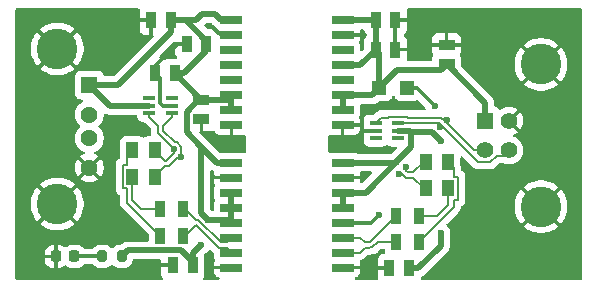
<source format=gbr>
%TF.GenerationSoftware,KiCad,Pcbnew,9.0.0*%
%TF.CreationDate,2025-03-18T13:10:11-04:00*%
%TF.ProjectId,Tarea_2_Aislador_USB,54617265-615f-4325-9f41-69736c61646f,rev?*%
%TF.SameCoordinates,Original*%
%TF.FileFunction,Copper,L1,Top*%
%TF.FilePolarity,Positive*%
%FSLAX46Y46*%
G04 Gerber Fmt 4.6, Leading zero omitted, Abs format (unit mm)*
G04 Created by KiCad (PCBNEW 9.0.0) date 2025-03-18 13:10:11*
%MOMM*%
%LPD*%
G01*
G04 APERTURE LIST*
G04 Aperture macros list*
%AMRoundRect*
0 Rectangle with rounded corners*
0 $1 Rounding radius*
0 $2 $3 $4 $5 $6 $7 $8 $9 X,Y pos of 4 corners*
0 Add a 4 corners polygon primitive as box body*
4,1,4,$2,$3,$4,$5,$6,$7,$8,$9,$2,$3,0*
0 Add four circle primitives for the rounded corners*
1,1,$1+$1,$2,$3*
1,1,$1+$1,$4,$5*
1,1,$1+$1,$6,$7*
1,1,$1+$1,$8,$9*
0 Add four rect primitives between the rounded corners*
20,1,$1+$1,$2,$3,$4,$5,0*
20,1,$1+$1,$4,$5,$6,$7,0*
20,1,$1+$1,$6,$7,$8,$9,0*
20,1,$1+$1,$8,$9,$2,$3,0*%
G04 Aperture macros list end*
%TA.AperFunction,SMDPad,CuDef*%
%ADD10R,0.950000X1.400000*%
%TD*%
%TA.AperFunction,SMDPad,CuDef*%
%ADD11R,0.970000X1.470000*%
%TD*%
%TA.AperFunction,SMDPad,CuDef*%
%ADD12R,1.050000X1.400000*%
%TD*%
%TA.AperFunction,SMDPad,CuDef*%
%ADD13RoundRect,0.200000X0.200000X0.275000X-0.200000X0.275000X-0.200000X-0.275000X0.200000X-0.275000X0*%
%TD*%
%TA.AperFunction,SMDPad,CuDef*%
%ADD14R,1.925000X0.650000*%
%TD*%
%TA.AperFunction,SMDPad,CuDef*%
%ADD15R,1.050000X0.400000*%
%TD*%
%TA.AperFunction,SMDPad,CuDef*%
%ADD16R,1.470000X0.970000*%
%TD*%
%TA.AperFunction,SMDPad,CuDef*%
%ADD17RoundRect,0.220000X-0.220000X-0.255000X0.220000X-0.255000X0.220000X0.255000X-0.220000X0.255000X0*%
%TD*%
%TA.AperFunction,ComponentPad*%
%ADD18R,1.400000X1.400000*%
%TD*%
%TA.AperFunction,ComponentPad*%
%ADD19C,1.400000*%
%TD*%
%TA.AperFunction,ComponentPad*%
%ADD20C,3.450000*%
%TD*%
%TA.AperFunction,ComponentPad*%
%ADD21R,1.431000X1.431000*%
%TD*%
%TA.AperFunction,ComponentPad*%
%ADD22C,1.431000*%
%TD*%
%TA.AperFunction,SMDPad,CuDef*%
%ADD23R,1.150000X1.150000*%
%TD*%
%TA.AperFunction,ViaPad*%
%ADD24C,0.600000*%
%TD*%
%TA.AperFunction,ViaPad*%
%ADD25C,0.400000*%
%TD*%
%TA.AperFunction,Conductor*%
%ADD26C,0.508000*%
%TD*%
%TA.AperFunction,Conductor*%
%ADD27C,0.300000*%
%TD*%
%TA.AperFunction,Conductor*%
%ADD28C,0.200000*%
%TD*%
G04 APERTURE END LIST*
D10*
%TO.P,R7,1,1*%
%TO.N,/USB_+_23*%
X139250000Y-85250000D03*
%TO.P,R7,2,2*%
%TO.N,/USB_+_22*%
X141150000Y-85250000D03*
%TD*%
D11*
%TO.P,C5,1,1*%
%TO.N,+5V*%
X122000000Y-87250000D03*
%TO.P,C5,2,2*%
%TO.N,GND_A*%
X120340000Y-87250000D03*
%TD*%
D12*
%TO.P,R8,1,1*%
%TO.N,/USB_-_22*%
X143650000Y-80750000D03*
%TO.P,R8,2,2*%
%TO.N,/USB_-_21*%
X141750000Y-80750000D03*
%TD*%
D13*
%TO.P,R10,1*%
%TO.N,+5V*%
X116000000Y-86500000D03*
%TO.P,R10,2*%
%TO.N,Net-(D1-Pad2)*%
X114360000Y-86500000D03*
%TD*%
D11*
%TO.P,C7,1,1*%
%TO.N,VISO*%
X137500000Y-66500000D03*
%TO.P,C7,2,2*%
%TO.N,GND_B*%
X139160000Y-66500000D03*
%TD*%
%TO.P,C8,1,1*%
%TO.N,VISO*%
X137500000Y-69000000D03*
%TO.P,C8,2,2*%
%TO.N,GND_B*%
X139160000Y-69000000D03*
%TD*%
D12*
%TO.P,R2,1,1*%
%TO.N,/USB_+_11*%
X118800000Y-77500000D03*
%TO.P,R2,2,2*%
%TO.N,/USB_+_12*%
X116900000Y-77500000D03*
%TD*%
%TO.P,R1,1,1*%
%TO.N,/USB_-_11*%
X118800000Y-79750000D03*
%TO.P,R1,2,2*%
%TO.N,/USB_-_12*%
X116900000Y-79750000D03*
%TD*%
D14*
%TO.P,IC3,1,VBUS1*%
%TO.N,+5V*%
X125288000Y-78555000D03*
%TO.P,IC3,2,GND1_1*%
%TO.N,GND_A*%
X125288000Y-79825000D03*
%TO.P,IC3,3,VDD1*%
%TO.N,+5V*%
X125288000Y-81095000D03*
%TO.P,IC3,4,PDEN*%
X125288000Y-82365000D03*
%TO.P,IC3,5,SPU*%
X125288000Y-83635000D03*
%TO.P,IC3,6,UD-*%
%TO.N,/USB_-_13*%
X125288000Y-84905000D03*
%TO.P,IC3,7,UD+*%
%TO.N,/USB_+_13*%
X125288000Y-86175000D03*
%TO.P,IC3,8,GND1_2*%
%TO.N,GND_A*%
X125288000Y-87445000D03*
%TO.P,IC3,9,GND2_1*%
%TO.N,GND_B*%
X134712000Y-87445000D03*
%TO.P,IC3,10,DD+*%
%TO.N,/USB_+_23*%
X134712000Y-86175000D03*
%TO.P,IC3,11,DD-*%
%TO.N,/USB_-_23*%
X134712000Y-84905000D03*
%TO.P,IC3,12,PIN*%
%TO.N,Net-(IC3-PIN)*%
X134712000Y-83635000D03*
%TO.P,IC3,13,SPD*%
%TO.N,VISO*%
X134712000Y-82365000D03*
%TO.P,IC3,14,VDD2*%
X134712000Y-81095000D03*
%TO.P,IC3,15,GND2_2*%
%TO.N,GND_B*%
X134712000Y-79825000D03*
%TO.P,IC3,16,VBUS2*%
%TO.N,VISO*%
X134712000Y-78555000D03*
%TD*%
D15*
%TO.P,IC1,1,I/O_1*%
%TO.N,/USB_-_11*%
X120250000Y-74400000D03*
%TO.P,IC1,2,VN*%
%TO.N,GND_A*%
X120250000Y-73750000D03*
%TO.P,IC1,3,N/C_1*%
%TO.N,unconnected-(IC1-N{slash}C_1-Pad3)*%
X120250000Y-73100000D03*
%TO.P,IC1,4,N/C_2*%
%TO.N,unconnected-(IC1-N{slash}C_2-Pad4)*%
X118350000Y-73100000D03*
%TO.P,IC1,5,VP*%
%TO.N,+5V*%
X118350000Y-73750000D03*
%TO.P,IC1,6,I/O_2*%
%TO.N,/USB_+_11*%
X118350000Y-74400000D03*
%TD*%
D12*
%TO.P,R9,1,1*%
%TO.N,/USB_+_22*%
X143650000Y-78500000D03*
%TO.P,R9,2,2*%
%TO.N,/USB_+_21*%
X141750000Y-78500000D03*
%TD*%
D10*
%TO.P,R4,1,1*%
%TO.N,/USB_+_12*%
X119250000Y-84750000D03*
%TO.P,R4,2,2*%
%TO.N,/USB_+_13*%
X121150000Y-84750000D03*
%TD*%
D16*
%TO.P,C4,1,1*%
%TO.N,+5V*%
X122750000Y-73250000D03*
%TO.P,C4,2,2*%
%TO.N,GND_A*%
X122750000Y-74910000D03*
%TD*%
D11*
%TO.P,C1,1,1*%
%TO.N,+5V*%
X120160000Y-66500000D03*
%TO.P,C1,2,2*%
%TO.N,GND_A*%
X118500000Y-66500000D03*
%TD*%
D17*
%TO.P,D1,1*%
%TO.N,GND_A*%
X110420000Y-86500000D03*
%TO.P,D1,2*%
%TO.N,Net-(D1-Pad2)*%
X112000000Y-86500000D03*
%TD*%
D18*
%TO.P,J2,1,1*%
%TO.N,VISO*%
X146800000Y-75020000D03*
D19*
%TO.P,J2,2,2*%
%TO.N,/USB_-_21*%
X146800000Y-77520000D03*
%TO.P,J2,3,3*%
%TO.N,/USB_+_21*%
X148800000Y-77520000D03*
%TO.P,J2,4,4*%
%TO.N,GND_B*%
X148800000Y-75020000D03*
D20*
%TO.P,J2,MH1,MH1*%
X151500000Y-70250000D03*
%TO.P,J2,MH2,MH2*%
X151500000Y-82290000D03*
%TD*%
D21*
%TO.P,J1,1,1*%
%TO.N,+5V*%
X113250000Y-72000000D03*
D22*
%TO.P,J1,2,2*%
%TO.N,/USB_-_11*%
X113250000Y-74500000D03*
%TO.P,J1,3,3*%
%TO.N,/USB_+_11*%
X113250000Y-76500000D03*
%TO.P,J1,4,4*%
%TO.N,GND_A*%
X113250000Y-79000000D03*
D20*
%TO.P,J1,MH1,MH1*%
X110540000Y-68930000D03*
%TO.P,J1,MH2,MH2*%
X110540000Y-82070000D03*
%TD*%
D11*
%TO.P,C6,1,1*%
%TO.N,VISO*%
X140330000Y-87500000D03*
%TO.P,C6,2,2*%
%TO.N,GND_B*%
X138670000Y-87500000D03*
%TD*%
%TO.P,C3,1,1*%
%TO.N,+5V*%
X120500000Y-71000000D03*
%TO.P,C3,2,2*%
%TO.N,GND_A*%
X118840000Y-71000000D03*
%TD*%
D14*
%TO.P,IC2,1,VDD1_1*%
%TO.N,+5V*%
X125288000Y-66505000D03*
%TO.P,IC2,2,GND1_1*%
%TO.N,GND_A*%
X125288000Y-67775000D03*
%TO.P,IC2,3,NC_1*%
%TO.N,unconnected-(IC2-NC_1-Pad3)*%
X125288000Y-69045000D03*
%TO.P,IC2,4,RCIN*%
%TO.N,unconnected-(IC2-RCIN-Pad4)*%
X125288000Y-70315000D03*
%TO.P,IC2,5,RCOUT*%
%TO.N,unconnected-(IC2-RCOUT-Pad5)*%
X125288000Y-71585000D03*
%TO.P,IC2,6,RCSEL*%
%TO.N,+5V*%
X125288000Y-72855000D03*
%TO.P,IC2,7,VDD1_2*%
X125288000Y-74125000D03*
%TO.P,IC2,8,GND1_2*%
%TO.N,GND_A*%
X125288000Y-75395000D03*
%TO.P,IC2,9,GNDISO_1*%
%TO.N,GND_B*%
X134712000Y-75395000D03*
%TO.P,IC2,10,VISO_1*%
%TO.N,VISO*%
X134712000Y-74125000D03*
%TO.P,IC2,11,NC_2*%
X134712000Y-72855000D03*
%TO.P,IC2,12,NC_3*%
%TO.N,unconnected-(IC2-NC_3-Pad12)*%
X134712000Y-71585000D03*
%TO.P,IC2,13,VSEL*%
%TO.N,VISO*%
X134712000Y-70315000D03*
%TO.P,IC2,14,NC_4*%
%TO.N,unconnected-(IC2-NC_4-Pad14)*%
X134712000Y-69045000D03*
%TO.P,IC2,15,GNDISO_2*%
%TO.N,GND_B*%
X134712000Y-67775000D03*
%TO.P,IC2,16,VISO_2*%
%TO.N,VISO*%
X134712000Y-66505000D03*
%TD*%
D16*
%TO.P,C9,1,1*%
%TO.N,VISO*%
X143500000Y-70250000D03*
%TO.P,C9,2,2*%
%TO.N,GND_B*%
X143500000Y-68590000D03*
%TD*%
D23*
%TO.P,R5,1,1*%
%TO.N,VISO*%
X137825000Y-72250000D03*
%TO.P,R5,2,2*%
%TO.N,Net-(IC3-PIN)*%
X140175000Y-72250000D03*
%TD*%
D10*
%TO.P,R6,1,1*%
%TO.N,/USB_-_23*%
X139250000Y-83050000D03*
%TO.P,R6,2,2*%
%TO.N,/USB_-_22*%
X141150000Y-83050000D03*
%TD*%
%TO.P,R3,1,1*%
%TO.N,/USB_-_12*%
X119250000Y-82500000D03*
%TO.P,R3,2,2*%
%TO.N,/USB_-_13*%
X121150000Y-82500000D03*
%TD*%
D15*
%TO.P,IC4,1,I/O_1*%
%TO.N,/USB_-_21*%
X137500000Y-75200000D03*
%TO.P,IC4,2,VN*%
%TO.N,GND_B*%
X137500000Y-75850000D03*
%TO.P,IC4,3,N/C_1*%
%TO.N,unconnected-(IC4-N{slash}C_1-Pad3)*%
X137500000Y-76500000D03*
%TO.P,IC4,4,N/C_2*%
%TO.N,unconnected-(IC4-N{slash}C_2-Pad4)*%
X139400000Y-76500000D03*
%TO.P,IC4,5,VP*%
%TO.N,VISO*%
X139400000Y-75850000D03*
%TO.P,IC4,6,I/O_2*%
%TO.N,/USB_+_21*%
X139400000Y-75200000D03*
%TD*%
D11*
%TO.P,C2,1,1*%
%TO.N,+5V*%
X123160000Y-68500000D03*
%TO.P,C2,2,2*%
%TO.N,GND_A*%
X121500000Y-68500000D03*
%TD*%
D24*
%TO.N,+5V*%
X123333364Y-83416636D03*
X122750000Y-85500000D03*
D25*
%TO.N,GND_A*%
X123400000Y-87400000D03*
X123400000Y-76300000D03*
X123500000Y-66900000D03*
D24*
X120250000Y-69000000D03*
D25*
X123700000Y-79800000D03*
%TO.N,GND_B*%
X136100000Y-76900000D03*
X136400000Y-67700000D03*
X136400000Y-79600000D03*
X136800000Y-87500000D03*
D24*
%TO.N,VISO*%
X143000000Y-76750000D03*
X143000000Y-84500000D03*
%TO.N,Net-(IC3-PIN)*%
X142500000Y-73750000D03*
X137750000Y-83000000D03*
%TO.N,/USB_+_11*%
X120449479Y-77449479D03*
%TO.N,/USB_+_21*%
X142949479Y-75550521D03*
X140050521Y-78949479D03*
%TO.N,/USB_-_21*%
X143550521Y-74949479D03*
X139449479Y-79550521D03*
%TO.N,/USB_-_11*%
X121050521Y-78050521D03*
%TD*%
D26*
%TO.N,+5V*%
X123900000Y-66000000D02*
X122800000Y-66000000D01*
X122750000Y-73250000D02*
X124893000Y-73250000D01*
X122800000Y-66000000D02*
X122300000Y-66500000D01*
X123160000Y-68250000D02*
X121410000Y-66500000D01*
X122750000Y-73250000D02*
X120500000Y-71000000D01*
X123160000Y-69125000D02*
X123160000Y-68500000D01*
X125288000Y-82365000D02*
X125288000Y-81095000D01*
X121000000Y-86000000D02*
X116500000Y-86000000D01*
X121000000Y-66500000D02*
X120160000Y-66500000D01*
X121410000Y-66500000D02*
X121000000Y-66500000D01*
X123333364Y-83416636D02*
X125069636Y-83416636D01*
X118350000Y-73750000D02*
X115000000Y-73750000D01*
X122500000Y-73250000D02*
X122750000Y-73250000D01*
X125288000Y-78555000D02*
X124055000Y-78555000D01*
X122750000Y-77250000D02*
X121500000Y-76000000D01*
X122750000Y-82833272D02*
X122750000Y-77250000D01*
X124405000Y-66505000D02*
X123900000Y-66000000D01*
X122300000Y-66500000D02*
X121410000Y-66500000D01*
X115000000Y-73750000D02*
X113250000Y-72000000D01*
X125288000Y-83635000D02*
X125288000Y-82365000D01*
X116500000Y-86000000D02*
X116000000Y-86500000D01*
X121500000Y-76000000D02*
X121500000Y-74250000D01*
X121285000Y-71000000D02*
X123160000Y-69125000D01*
X121005000Y-66505000D02*
X121000000Y-66500000D01*
X125288000Y-66505000D02*
X124405000Y-66505000D01*
X122000000Y-86250000D02*
X122750000Y-85500000D01*
X120500000Y-71000000D02*
X121285000Y-71000000D01*
X125288000Y-74125000D02*
X125288000Y-72855000D01*
X122000000Y-87250000D02*
X122000000Y-86250000D01*
X124055000Y-78555000D02*
X122750000Y-77250000D01*
X122000000Y-87000000D02*
X121000000Y-86000000D01*
X123333364Y-83416636D02*
X122750000Y-82833272D01*
X120160000Y-67535000D02*
X120160000Y-66500000D01*
X124893000Y-73250000D02*
X125288000Y-72855000D01*
X121500000Y-74250000D02*
X122500000Y-73250000D01*
X122000000Y-87250000D02*
X122000000Y-87000000D01*
X123160000Y-68500000D02*
X123160000Y-68250000D01*
X125069636Y-83416636D02*
X125288000Y-83635000D01*
X115695000Y-72000000D02*
X120160000Y-67535000D01*
X113250000Y-72000000D02*
X115695000Y-72000000D01*
D27*
%TO.N,GND_A*%
X125288000Y-67775000D02*
X124375000Y-67775000D01*
X119473000Y-73750000D02*
X119226000Y-73503000D01*
X120200000Y-69000000D02*
X118840000Y-70360000D01*
X124375000Y-67775000D02*
X123500000Y-66900000D01*
X121500000Y-68500000D02*
X120750000Y-68500000D01*
X120250000Y-73750000D02*
X119473000Y-73750000D01*
X119226000Y-73503000D02*
X119226000Y-71386000D01*
X120750000Y-68500000D02*
X120250000Y-69000000D01*
X118840000Y-70360000D02*
X118840000Y-71000000D01*
X119226000Y-71386000D02*
X118840000Y-71000000D01*
X120250000Y-69000000D02*
X120200000Y-69000000D01*
%TO.N,GND_B*%
X137500000Y-75850000D02*
X136450000Y-75850000D01*
X136450000Y-75850000D02*
X136400000Y-75900000D01*
D26*
%TO.N,VISO*%
X137220000Y-72855000D02*
X137825000Y-72250000D01*
X143000000Y-85615000D02*
X143000000Y-84500000D01*
X137825000Y-69325000D02*
X137500000Y-69000000D01*
X137500000Y-66500000D02*
X134717000Y-66500000D01*
X136185000Y-70315000D02*
X137500000Y-69000000D01*
X139195000Y-78555000D02*
X139375000Y-78375000D01*
X140500000Y-76000000D02*
X142250000Y-76000000D01*
X134712000Y-72855000D02*
X137220000Y-72855000D01*
X137500000Y-69000000D02*
X137500000Y-66500000D01*
X134712000Y-78555000D02*
X139195000Y-78555000D01*
X139375000Y-78375000D02*
X140500000Y-77250000D01*
X140330000Y-87500000D02*
X141115000Y-87500000D01*
X134712000Y-70315000D02*
X136185000Y-70315000D01*
X140500000Y-77250000D02*
X140500000Y-76000000D01*
X136655000Y-81095000D02*
X139375000Y-78375000D01*
X143000000Y-70750000D02*
X139325000Y-70750000D01*
X140350000Y-75850000D02*
X139400000Y-75850000D01*
X134712000Y-82365000D02*
X134712000Y-81095000D01*
X146800000Y-75020000D02*
X146800000Y-73550000D01*
X139325000Y-70750000D02*
X137825000Y-72250000D01*
X143500000Y-70250000D02*
X143000000Y-70750000D01*
X134712000Y-81095000D02*
X136655000Y-81095000D01*
X146800000Y-73550000D02*
X143500000Y-70250000D01*
X142250000Y-76000000D02*
X143000000Y-76750000D01*
X141115000Y-87500000D02*
X143000000Y-85615000D01*
X134717000Y-66500000D02*
X134712000Y-66505000D01*
X134712000Y-74125000D02*
X134712000Y-72855000D01*
X140500000Y-76000000D02*
X140350000Y-75850000D01*
X137825000Y-72250000D02*
X137825000Y-69325000D01*
D27*
%TO.N,Net-(IC3-PIN)*%
X137115000Y-83635000D02*
X134712000Y-83635000D01*
X137750000Y-83000000D02*
X137115000Y-83635000D01*
X140175000Y-72250000D02*
X141000000Y-72250000D01*
X141000000Y-72250000D02*
X142500000Y-73750000D01*
%TO.N,Net-(D1-Pad2)*%
X114360000Y-86500000D02*
X112000000Y-86500000D01*
D28*
%TO.N,/USB_+_11*%
X119781802Y-78399999D02*
X120449479Y-77732322D01*
X118800000Y-77500000D02*
X119699999Y-78399999D01*
X119075000Y-76075000D02*
X119075000Y-75450000D01*
X120449479Y-77732322D02*
X120449479Y-77449479D01*
X118350000Y-74725000D02*
X118350000Y-74400000D01*
X119699999Y-78399999D02*
X119781802Y-78399999D01*
X119075000Y-75450000D02*
X118350000Y-74725000D01*
X120449479Y-77449479D02*
X119075000Y-76075000D01*
%TO.N,/USB_+_13*%
X124196803Y-85765001D02*
X124878001Y-85765001D01*
X122275000Y-83850000D02*
X122281802Y-83850000D01*
X124878001Y-85765001D02*
X125288000Y-86175000D01*
X121375000Y-84750000D02*
X122275000Y-83850000D01*
X121150000Y-84750000D02*
X121375000Y-84750000D01*
X122281802Y-83850000D02*
X124196803Y-85765001D01*
%TO.N,/USB_-_13*%
X122275000Y-83400000D02*
X122468198Y-83400000D01*
X122468198Y-83400000D02*
X124383197Y-85314999D01*
X124383197Y-85314999D02*
X124878001Y-85314999D01*
X121150000Y-82500000D02*
X121375000Y-82500000D01*
X121375000Y-82500000D02*
X122275000Y-83400000D01*
X124878001Y-85314999D02*
X125288000Y-84905000D01*
%TO.N,/USB_-_12*%
X116900000Y-81763603D02*
X117636397Y-82500000D01*
X116900000Y-79750000D02*
X116900000Y-81763603D01*
X117636397Y-82500000D02*
X119250000Y-82500000D01*
%TO.N,/USB_+_12*%
X116900000Y-77500000D02*
X116450000Y-77950000D01*
X116450000Y-78749000D02*
X116074000Y-78749000D01*
X116450000Y-80751000D02*
X116450000Y-81950000D01*
X116074000Y-78749000D02*
X116074000Y-80751000D01*
X116450000Y-81950000D02*
X119250000Y-84750000D01*
X116074000Y-80751000D02*
X116450000Y-80751000D01*
X116450000Y-77950000D02*
X116450000Y-78749000D01*
%TO.N,/USB_+_23*%
X136565751Y-85765000D02*
X136155751Y-86175000D01*
X137000000Y-85725000D02*
X136960000Y-85765000D01*
X137211397Y-85725000D02*
X137000000Y-85725000D01*
X139250000Y-85250000D02*
X137686397Y-85250000D01*
X136155751Y-86175000D02*
X134712000Y-86175000D01*
X137686397Y-85250000D02*
X137211397Y-85725000D01*
X136960000Y-85765000D02*
X136565751Y-85765000D01*
%TO.N,/USB_-_23*%
X137025000Y-85275000D02*
X136827794Y-85275000D01*
X136565751Y-85315000D02*
X136155751Y-84905000D01*
X136827794Y-85275000D02*
X136787794Y-85315000D01*
X136787794Y-85315000D02*
X136565751Y-85315000D01*
X136155751Y-84905000D02*
X134712000Y-84905000D01*
X139250000Y-83050000D02*
X137025000Y-85275000D01*
%TO.N,/USB_+_21*%
X142949479Y-75267678D02*
X142949479Y-75550521D01*
X143232322Y-75550521D02*
X146202801Y-78521000D01*
X146202801Y-78521000D02*
X147214628Y-78521000D01*
X148350000Y-77970000D02*
X148800000Y-77520000D01*
X139400000Y-75200000D02*
X142881801Y-75200000D01*
X147765628Y-77970000D02*
X148350000Y-77970000D01*
X142881801Y-75200000D02*
X142949479Y-75267678D01*
X140050521Y-79232322D02*
X140050521Y-78949479D01*
X141575000Y-78500000D02*
X140675000Y-79400000D01*
X140218199Y-79400000D02*
X140050521Y-79232322D01*
X141750000Y-78500000D02*
X141575000Y-78500000D01*
X142949479Y-75550521D02*
X143232322Y-75550521D01*
X140675000Y-79400000D02*
X140218199Y-79400000D01*
X147214628Y-78521000D02*
X147765628Y-77970000D01*
%TO.N,/USB_-_21*%
X140031801Y-79850000D02*
X139732322Y-79550521D01*
X145838199Y-77520000D02*
X146800000Y-77520000D01*
X137500000Y-75200000D02*
X137950000Y-74750000D01*
X141575000Y-80750000D02*
X140675000Y-79850000D01*
X138574000Y-74750000D02*
X138574000Y-74699000D01*
X143068199Y-74750000D02*
X143267678Y-74949479D01*
X137950000Y-74750000D02*
X138574000Y-74750000D01*
X140675000Y-79850000D02*
X140031801Y-79850000D01*
X143550521Y-75232322D02*
X145838199Y-77520000D01*
X139732322Y-79550521D02*
X139449479Y-79550521D01*
X138574000Y-74699000D02*
X140226000Y-74699000D01*
X141750000Y-80750000D02*
X141575000Y-80750000D01*
X143550521Y-74949479D02*
X143550521Y-75232322D01*
X140226000Y-74699000D02*
X140226000Y-74750000D01*
X140226000Y-74750000D02*
X143068199Y-74750000D01*
X143267678Y-74949479D02*
X143550521Y-74949479D01*
%TO.N,/USB_-_22*%
X143650000Y-82113603D02*
X142713603Y-83050000D01*
X142713603Y-83050000D02*
X141150000Y-83050000D01*
X143650000Y-80750000D02*
X143650000Y-82113603D01*
%TO.N,/USB_+_22*%
X144476000Y-79749000D02*
X144476000Y-81751000D01*
X144100000Y-78950000D02*
X144100000Y-79749000D01*
X144476000Y-81751000D02*
X144100000Y-81751000D01*
X144100000Y-81751000D02*
X144100000Y-82300000D01*
X144100000Y-82300000D02*
X141150000Y-85250000D01*
X143650000Y-78500000D02*
X144100000Y-78950000D01*
X144100000Y-79749000D02*
X144476000Y-79749000D01*
%TO.N,/USB_-_11*%
X121050521Y-78050521D02*
X121050521Y-77414125D01*
X120250000Y-74725000D02*
X120250000Y-74400000D01*
X120767678Y-78050521D02*
X121050521Y-78050521D01*
X119525000Y-75450000D02*
X120250000Y-74725000D01*
X120698422Y-76848479D02*
X120484875Y-76848479D01*
X120484875Y-76848479D02*
X119525000Y-75888604D01*
X121050479Y-77414083D02*
X121050479Y-77200536D01*
X119968198Y-78850001D02*
X120767678Y-78050521D01*
X119525000Y-75888604D02*
X119525000Y-75450000D01*
X119699999Y-78850001D02*
X119968198Y-78850001D01*
X121050521Y-77414125D02*
X121050479Y-77414083D01*
X118800000Y-79750000D02*
X119699999Y-78850001D01*
X121050479Y-77200536D02*
X120698422Y-76848479D01*
%TD*%
%TA.AperFunction,Conductor*%
%TO.N,GND_A*%
G36*
X117468853Y-65520185D02*
G01*
X117514608Y-65572989D01*
X117524552Y-65642147D01*
X117522492Y-65653009D01*
X117521402Y-65657622D01*
X117515000Y-65717155D01*
X117515000Y-66350000D01*
X118376000Y-66350000D01*
X118384685Y-66352550D01*
X118393647Y-66351262D01*
X118417687Y-66362240D01*
X118443039Y-66369685D01*
X118448966Y-66376525D01*
X118457203Y-66380287D01*
X118471492Y-66402521D01*
X118488794Y-66422489D01*
X118491081Y-66433003D01*
X118494977Y-66439065D01*
X118500000Y-66474000D01*
X118500000Y-66500000D01*
X118526000Y-66500000D01*
X118593039Y-66519685D01*
X118638794Y-66572489D01*
X118650000Y-66624000D01*
X118650000Y-67735000D01*
X118683806Y-67768806D01*
X118717291Y-67830129D01*
X118712307Y-67899821D01*
X118683806Y-67944168D01*
X115418794Y-71209181D01*
X115357471Y-71242666D01*
X115331113Y-71245500D01*
X114571229Y-71245500D01*
X114504190Y-71225815D01*
X114458435Y-71173011D01*
X114455047Y-71164833D01*
X114409297Y-71042171D01*
X114409293Y-71042164D01*
X114323047Y-70926955D01*
X114323044Y-70926952D01*
X114207835Y-70840706D01*
X114207828Y-70840702D01*
X114072982Y-70790408D01*
X114072983Y-70790408D01*
X114013383Y-70784001D01*
X114013381Y-70784000D01*
X114013373Y-70784000D01*
X114013364Y-70784000D01*
X112486629Y-70784000D01*
X112486623Y-70784001D01*
X112427016Y-70790408D01*
X112292171Y-70840702D01*
X112292164Y-70840706D01*
X112176955Y-70926952D01*
X112176952Y-70926955D01*
X112090706Y-71042164D01*
X112090702Y-71042171D01*
X112040408Y-71177017D01*
X112034001Y-71236616D01*
X112034000Y-71236635D01*
X112034000Y-72763370D01*
X112034001Y-72763376D01*
X112040408Y-72822983D01*
X112090702Y-72957828D01*
X112090706Y-72957835D01*
X112176952Y-73073044D01*
X112176955Y-73073047D01*
X112292164Y-73159293D01*
X112292171Y-73159297D01*
X112427017Y-73209591D01*
X112427016Y-73209591D01*
X112433944Y-73210335D01*
X112486627Y-73216000D01*
X112575027Y-73215999D01*
X112642063Y-73235683D01*
X112687819Y-73288486D01*
X112697763Y-73357645D01*
X112668739Y-73421201D01*
X112631324Y-73450482D01*
X112612673Y-73459985D01*
X112457835Y-73572481D01*
X112457830Y-73572485D01*
X112322485Y-73707830D01*
X112322481Y-73707835D01*
X112209986Y-73862673D01*
X112123090Y-74033215D01*
X112063941Y-74215255D01*
X112034000Y-74404299D01*
X112034000Y-74595700D01*
X112063941Y-74784744D01*
X112063942Y-74784747D01*
X112123089Y-74966782D01*
X112209726Y-75136817D01*
X112209986Y-75137326D01*
X112322481Y-75292164D01*
X112322485Y-75292169D01*
X112442635Y-75412319D01*
X112476120Y-75473642D01*
X112471136Y-75543334D01*
X112442635Y-75587681D01*
X112322485Y-75707830D01*
X112322481Y-75707835D01*
X112209986Y-75862673D01*
X112123090Y-76033215D01*
X112063941Y-76215255D01*
X112034000Y-76404299D01*
X112034000Y-76595700D01*
X112063941Y-76784744D01*
X112123090Y-76966784D01*
X112209986Y-77137326D01*
X112322481Y-77292164D01*
X112322485Y-77292169D01*
X112457830Y-77427514D01*
X112457835Y-77427518D01*
X112583672Y-77518943D01*
X112612677Y-77540016D01*
X112783218Y-77626911D01*
X112799901Y-77632331D01*
X112857575Y-77671766D01*
X112884775Y-77736124D01*
X112872863Y-77804970D01*
X112825620Y-77856448D01*
X112799906Y-77868192D01*
X112783406Y-77873553D01*
X112612935Y-77960413D01*
X112502663Y-78040529D01*
X112502662Y-78040531D01*
X113047743Y-78585611D01*
X112967554Y-78631909D01*
X112881909Y-78717554D01*
X112835611Y-78797742D01*
X112290531Y-78252662D01*
X112290529Y-78252663D01*
X112210413Y-78362935D01*
X112123553Y-78533407D01*
X112064428Y-78715373D01*
X112034500Y-78904332D01*
X112034500Y-79095667D01*
X112064428Y-79284626D01*
X112123553Y-79466592D01*
X112210411Y-79637061D01*
X112290531Y-79747335D01*
X112290532Y-79747336D01*
X112835611Y-79202256D01*
X112881909Y-79282446D01*
X112967554Y-79368091D01*
X113047743Y-79414388D01*
X112502662Y-79959467D01*
X112612938Y-80039588D01*
X112783407Y-80126446D01*
X112965373Y-80185571D01*
X113154333Y-80215500D01*
X113345667Y-80215500D01*
X113534626Y-80185571D01*
X113716592Y-80126446D01*
X113887060Y-80039589D01*
X113997335Y-79959467D01*
X113997336Y-79959467D01*
X113452256Y-79414388D01*
X113532446Y-79368091D01*
X113618091Y-79282446D01*
X113664388Y-79202257D01*
X114209467Y-79747336D01*
X114209467Y-79747335D01*
X114289589Y-79637060D01*
X114376446Y-79466592D01*
X114435571Y-79284626D01*
X114465500Y-79095667D01*
X114465500Y-78904332D01*
X114435571Y-78715373D01*
X114376446Y-78533407D01*
X114289588Y-78362938D01*
X114209467Y-78252663D01*
X114209467Y-78252662D01*
X113664387Y-78797742D01*
X113618091Y-78717554D01*
X113532446Y-78631909D01*
X113452256Y-78585611D01*
X113997336Y-78040532D01*
X113997335Y-78040531D01*
X113887061Y-77960411D01*
X113716590Y-77873551D01*
X113700095Y-77868192D01*
X113642420Y-77828754D01*
X113615223Y-77764395D01*
X113627139Y-77695549D01*
X113674384Y-77644074D01*
X113700089Y-77632334D01*
X113716782Y-77626911D01*
X113887323Y-77540016D01*
X114042171Y-77427513D01*
X114177513Y-77292171D01*
X114290016Y-77137323D01*
X114376911Y-76966782D01*
X114436058Y-76784747D01*
X114466000Y-76595701D01*
X114466000Y-76404299D01*
X114436058Y-76215253D01*
X114376911Y-76033218D01*
X114290016Y-75862677D01*
X114213225Y-75756982D01*
X114177518Y-75707835D01*
X114177514Y-75707830D01*
X114057365Y-75587681D01*
X114023880Y-75526358D01*
X114028864Y-75456666D01*
X114057365Y-75412319D01*
X114100434Y-75369250D01*
X114177513Y-75292171D01*
X114290016Y-75137323D01*
X114376911Y-74966782D01*
X114436058Y-74784747D01*
X114466000Y-74595701D01*
X114466000Y-74531054D01*
X114475243Y-74499573D01*
X114483358Y-74467782D01*
X114485038Y-74466217D01*
X114485685Y-74464015D01*
X114510474Y-74442534D01*
X114534494Y-74420171D01*
X114536754Y-74419763D01*
X114538489Y-74418260D01*
X114570960Y-74413591D01*
X114603254Y-74407764D01*
X114606220Y-74408521D01*
X114607647Y-74408316D01*
X114637452Y-74416492D01*
X114642606Y-74418627D01*
X114642611Y-74418630D01*
X114719553Y-74450500D01*
X114752181Y-74464015D01*
X114779920Y-74475505D01*
X114779924Y-74475506D01*
X114804104Y-74480315D01*
X114804110Y-74480316D01*
X114925686Y-74504501D01*
X114925688Y-74504501D01*
X115080426Y-74504501D01*
X115080446Y-74504500D01*
X117200501Y-74504500D01*
X117267540Y-74524185D01*
X117313295Y-74576989D01*
X117324501Y-74628500D01*
X117324501Y-74647876D01*
X117330908Y-74707483D01*
X117381202Y-74842328D01*
X117381206Y-74842335D01*
X117467452Y-74957544D01*
X117467455Y-74957547D01*
X117582664Y-75043793D01*
X117582671Y-75043797D01*
X117717516Y-75094091D01*
X117743419Y-75096875D01*
X117777127Y-75100500D01*
X117824900Y-75100499D01*
X117854341Y-75109143D01*
X117884327Y-75115666D01*
X117889340Y-75119419D01*
X117891938Y-75120182D01*
X117912576Y-75136812D01*
X117981284Y-75205520D01*
X117981286Y-75205521D01*
X117988356Y-75212591D01*
X118438181Y-75662416D01*
X118471666Y-75723739D01*
X118474500Y-75750097D01*
X118474500Y-75988330D01*
X118474499Y-75988348D01*
X118474499Y-76154057D01*
X118475191Y-76159314D01*
X118464426Y-76228350D01*
X118418046Y-76280606D01*
X118352253Y-76299500D01*
X118227130Y-76299500D01*
X118227123Y-76299501D01*
X118167516Y-76305908D01*
X118032671Y-76356202D01*
X118032669Y-76356203D01*
X117924311Y-76437321D01*
X117858847Y-76461738D01*
X117790574Y-76446887D01*
X117775689Y-76437321D01*
X117667330Y-76356203D01*
X117667328Y-76356202D01*
X117532482Y-76305908D01*
X117532483Y-76305908D01*
X117472883Y-76299501D01*
X117472881Y-76299500D01*
X117472873Y-76299500D01*
X117472864Y-76299500D01*
X116327129Y-76299500D01*
X116327123Y-76299501D01*
X116267516Y-76305908D01*
X116132671Y-76356202D01*
X116132664Y-76356206D01*
X116017455Y-76442452D01*
X116017452Y-76442455D01*
X115931206Y-76557664D01*
X115931202Y-76557671D01*
X115880908Y-76692517D01*
X115874501Y-76752116D01*
X115874500Y-76752135D01*
X115874500Y-77761311D01*
X115870275Y-77793403D01*
X115849499Y-77870941D01*
X115849499Y-78039046D01*
X115849500Y-78039059D01*
X115849500Y-78113626D01*
X115829815Y-78180665D01*
X115787500Y-78221012D01*
X115746725Y-78244553D01*
X115705285Y-78268479D01*
X115705282Y-78268481D01*
X115593481Y-78380282D01*
X115593475Y-78380290D01*
X115514426Y-78517209D01*
X115514423Y-78517216D01*
X115473500Y-78669943D01*
X115473500Y-80671943D01*
X115473500Y-80830057D01*
X115505773Y-80950499D01*
X115514423Y-80982783D01*
X115514426Y-80982790D01*
X115593475Y-81119709D01*
X115593479Y-81119714D01*
X115593480Y-81119716D01*
X115705284Y-81231520D01*
X115787499Y-81278986D01*
X115835715Y-81329553D01*
X115849500Y-81386374D01*
X115849500Y-81863330D01*
X115849499Y-81863348D01*
X115849499Y-82029054D01*
X115849498Y-82029054D01*
X115890423Y-82181785D01*
X115919358Y-82231900D01*
X115919359Y-82231904D01*
X115919360Y-82231904D01*
X115969479Y-82318714D01*
X115969481Y-82318717D01*
X116088349Y-82437585D01*
X116088355Y-82437590D01*
X118238181Y-84587416D01*
X118271666Y-84648739D01*
X118274500Y-84675097D01*
X118274501Y-85121500D01*
X118254817Y-85188539D01*
X118202013Y-85234294D01*
X118150501Y-85245500D01*
X116580446Y-85245500D01*
X116580426Y-85245499D01*
X116574312Y-85245499D01*
X116425688Y-85245499D01*
X116425686Y-85245499D01*
X116312086Y-85268096D01*
X116312082Y-85268097D01*
X116304105Y-85269684D01*
X116279920Y-85274495D01*
X116223045Y-85298053D01*
X116219308Y-85299600D01*
X116219293Y-85299606D01*
X116142615Y-85331367D01*
X116105886Y-85355909D01*
X116019033Y-85413941D01*
X115981914Y-85451061D01*
X115944792Y-85488182D01*
X115883472Y-85521666D01*
X115857113Y-85524500D01*
X115743384Y-85524500D01*
X115724145Y-85526248D01*
X115672807Y-85530913D01*
X115510393Y-85581522D01*
X115364811Y-85669530D01*
X115364810Y-85669531D01*
X115267681Y-85766661D01*
X115206358Y-85800146D01*
X115136666Y-85795162D01*
X115092319Y-85766661D01*
X114995188Y-85669530D01*
X114849606Y-85581522D01*
X114687196Y-85530914D01*
X114687194Y-85530913D01*
X114687192Y-85530913D01*
X114637778Y-85526423D01*
X114616616Y-85524500D01*
X114103384Y-85524500D01*
X114084145Y-85526248D01*
X114032807Y-85530913D01*
X113870393Y-85581522D01*
X113724811Y-85669530D01*
X113604531Y-85789810D01*
X113599906Y-85795715D01*
X113598882Y-85794912D01*
X113553096Y-85836840D01*
X113498511Y-85849500D01*
X112891794Y-85849500D01*
X112824755Y-85829815D01*
X112795027Y-85799537D01*
X112793500Y-85800745D01*
X112789018Y-85795077D01*
X112669923Y-85675982D01*
X112669922Y-85675981D01*
X112526569Y-85587560D01*
X112526568Y-85587559D01*
X112526567Y-85587559D01*
X112472646Y-85569691D01*
X112366690Y-85534581D01*
X112366688Y-85534580D01*
X112268019Y-85524500D01*
X112268012Y-85524500D01*
X111731988Y-85524500D01*
X111731980Y-85524500D01*
X111633311Y-85534580D01*
X111633310Y-85534581D01*
X111616957Y-85540000D01*
X111473432Y-85587559D01*
X111330076Y-85675982D01*
X111297326Y-85708732D01*
X111236002Y-85742217D01*
X111166311Y-85737231D01*
X111121965Y-85708731D01*
X111089610Y-85676376D01*
X111089606Y-85676373D01*
X110946365Y-85588020D01*
X110946354Y-85588015D01*
X110786583Y-85535073D01*
X110786586Y-85535073D01*
X110687989Y-85525000D01*
X110570000Y-85525000D01*
X110570000Y-87475000D01*
X110687977Y-87475000D01*
X110687989Y-87474999D01*
X110786584Y-87464926D01*
X110946354Y-87411984D01*
X110946365Y-87411979D01*
X111089606Y-87323626D01*
X111089609Y-87323624D01*
X111121964Y-87291269D01*
X111183286Y-87257783D01*
X111252978Y-87262767D01*
X111297327Y-87291268D01*
X111330078Y-87324019D01*
X111473431Y-87412440D01*
X111633310Y-87465419D01*
X111731988Y-87475500D01*
X111731993Y-87475500D01*
X112268007Y-87475500D01*
X112268012Y-87475500D01*
X112366690Y-87465419D01*
X112526569Y-87412440D01*
X112669922Y-87324019D01*
X112789019Y-87204922D01*
X112789022Y-87204916D01*
X112793500Y-87199255D01*
X112795646Y-87200951D01*
X112838223Y-87162669D01*
X112891794Y-87150500D01*
X113498511Y-87150500D01*
X113565550Y-87170185D01*
X113599237Y-87204808D01*
X113599906Y-87204285D01*
X113604531Y-87210189D01*
X113724811Y-87330469D01*
X113724813Y-87330470D01*
X113724815Y-87330472D01*
X113870394Y-87418478D01*
X114032804Y-87469086D01*
X114103384Y-87475500D01*
X114103387Y-87475500D01*
X114616613Y-87475500D01*
X114616616Y-87475500D01*
X114687196Y-87469086D01*
X114849606Y-87418478D01*
X114995185Y-87330472D01*
X115034389Y-87291268D01*
X115092319Y-87233339D01*
X115153642Y-87199854D01*
X115223334Y-87204838D01*
X115267681Y-87233339D01*
X115364811Y-87330469D01*
X115364813Y-87330470D01*
X115364815Y-87330472D01*
X115510394Y-87418478D01*
X115672804Y-87469086D01*
X115743384Y-87475500D01*
X115743387Y-87475500D01*
X116256613Y-87475500D01*
X116256616Y-87475500D01*
X116327196Y-87469086D01*
X116489606Y-87418478D01*
X116635185Y-87330472D01*
X116755472Y-87210185D01*
X116843478Y-87064606D01*
X116894086Y-86902196D01*
X116897259Y-86867277D01*
X116922930Y-86802295D01*
X116979658Y-86761507D01*
X117020750Y-86754500D01*
X119231000Y-86754500D01*
X119298039Y-86774185D01*
X119343794Y-86826989D01*
X119355000Y-86878500D01*
X119355000Y-87100000D01*
X120216000Y-87100000D01*
X120224685Y-87102550D01*
X120233647Y-87101262D01*
X120257687Y-87112240D01*
X120283039Y-87119685D01*
X120288966Y-87126525D01*
X120297203Y-87130287D01*
X120311492Y-87152521D01*
X120328794Y-87172489D01*
X120331081Y-87183003D01*
X120334977Y-87189065D01*
X120340000Y-87224000D01*
X120340000Y-87276000D01*
X120320315Y-87343039D01*
X120267511Y-87388794D01*
X120216000Y-87400000D01*
X119355000Y-87400000D01*
X119355000Y-88032844D01*
X119361401Y-88092372D01*
X119361403Y-88092379D01*
X119411645Y-88227086D01*
X119411647Y-88227089D01*
X119467118Y-88301188D01*
X119491536Y-88366653D01*
X119476685Y-88434926D01*
X119427280Y-88484332D01*
X119367852Y-88499500D01*
X107124000Y-88499500D01*
X107056961Y-88479815D01*
X107011206Y-88427011D01*
X107000000Y-88375500D01*
X107000000Y-86802989D01*
X109480000Y-86802989D01*
X109490073Y-86901584D01*
X109543015Y-87061354D01*
X109543020Y-87061365D01*
X109631373Y-87204606D01*
X109631376Y-87204610D01*
X109750389Y-87323623D01*
X109750393Y-87323626D01*
X109893634Y-87411979D01*
X109893645Y-87411984D01*
X110053416Y-87464926D01*
X110053413Y-87464926D01*
X110152010Y-87474999D01*
X110152023Y-87475000D01*
X110270000Y-87475000D01*
X110270000Y-86650000D01*
X109480000Y-86650000D01*
X109480000Y-86802989D01*
X107000000Y-86802989D01*
X107000000Y-86197010D01*
X109480000Y-86197010D01*
X109480000Y-86350000D01*
X110270000Y-86350000D01*
X110270000Y-85525000D01*
X110152010Y-85525000D01*
X110053415Y-85535073D01*
X109893645Y-85588015D01*
X109893634Y-85588020D01*
X109750393Y-85676373D01*
X109750389Y-85676376D01*
X109631376Y-85795389D01*
X109631373Y-85795393D01*
X109543020Y-85938634D01*
X109543015Y-85938645D01*
X109490073Y-86098415D01*
X109480000Y-86197010D01*
X107000000Y-86197010D01*
X107000000Y-81924172D01*
X108315000Y-81924172D01*
X108315000Y-82215827D01*
X108315001Y-82215844D01*
X108353069Y-82505003D01*
X108428562Y-82786744D01*
X108540171Y-83056195D01*
X108540179Y-83056211D01*
X108686006Y-83308788D01*
X108686017Y-83308804D01*
X108861009Y-83536857D01*
X109627423Y-82770443D01*
X109662829Y-82819175D01*
X109790825Y-82947171D01*
X109839555Y-82982575D01*
X109073141Y-83748989D01*
X109301203Y-83923987D01*
X109301211Y-83923993D01*
X109553788Y-84069820D01*
X109553804Y-84069828D01*
X109823255Y-84181437D01*
X110104996Y-84256930D01*
X110394155Y-84294998D01*
X110394173Y-84295000D01*
X110685827Y-84295000D01*
X110685844Y-84294998D01*
X110975003Y-84256930D01*
X111256744Y-84181437D01*
X111526195Y-84069828D01*
X111526211Y-84069820D01*
X111778788Y-83923993D01*
X111778796Y-83923987D01*
X112006857Y-83748989D01*
X111240443Y-82982575D01*
X111289175Y-82947171D01*
X111417171Y-82819175D01*
X111452575Y-82770443D01*
X112218989Y-83536857D01*
X112393987Y-83308796D01*
X112393993Y-83308788D01*
X112539820Y-83056211D01*
X112539828Y-83056195D01*
X112651437Y-82786744D01*
X112726930Y-82505003D01*
X112764998Y-82215844D01*
X112765000Y-82215827D01*
X112765000Y-81924172D01*
X112764998Y-81924155D01*
X112726930Y-81634996D01*
X112651437Y-81353255D01*
X112539828Y-81083804D01*
X112539820Y-81083788D01*
X112393993Y-80831211D01*
X112393987Y-80831203D01*
X112218989Y-80603141D01*
X111452575Y-81369555D01*
X111417171Y-81320825D01*
X111289175Y-81192829D01*
X111240443Y-81157423D01*
X112006857Y-80391009D01*
X112006857Y-80391008D01*
X111778804Y-80216017D01*
X111778788Y-80216006D01*
X111526211Y-80070179D01*
X111526195Y-80070171D01*
X111421411Y-80026769D01*
X111256744Y-79958562D01*
X110975003Y-79883069D01*
X110685844Y-79845001D01*
X110685827Y-79845000D01*
X110394173Y-79845000D01*
X110394155Y-79845001D01*
X110104996Y-79883069D01*
X109823255Y-79958562D01*
X109553804Y-80070171D01*
X109553788Y-80070179D01*
X109301211Y-80216006D01*
X109301195Y-80216017D01*
X109073141Y-80391008D01*
X109073141Y-80391009D01*
X109839556Y-81157424D01*
X109790825Y-81192829D01*
X109662829Y-81320825D01*
X109627424Y-81369555D01*
X108861009Y-80603141D01*
X108861008Y-80603141D01*
X108686017Y-80831195D01*
X108686006Y-80831211D01*
X108540179Y-81083788D01*
X108540171Y-81083804D01*
X108428562Y-81353255D01*
X108353069Y-81634996D01*
X108315001Y-81924155D01*
X108315000Y-81924172D01*
X107000000Y-81924172D01*
X107000000Y-68784172D01*
X108315000Y-68784172D01*
X108315000Y-69075827D01*
X108315001Y-69075844D01*
X108353069Y-69365003D01*
X108428562Y-69646744D01*
X108540171Y-69916195D01*
X108540179Y-69916211D01*
X108686006Y-70168788D01*
X108686017Y-70168804D01*
X108861009Y-70396857D01*
X109627423Y-69630443D01*
X109662829Y-69679175D01*
X109790825Y-69807171D01*
X109839555Y-69842575D01*
X109073141Y-70608989D01*
X109301203Y-70783987D01*
X109301211Y-70783993D01*
X109553788Y-70929820D01*
X109553804Y-70929828D01*
X109823255Y-71041437D01*
X110104996Y-71116930D01*
X110394155Y-71154998D01*
X110394173Y-71155000D01*
X110685827Y-71155000D01*
X110685844Y-71154998D01*
X110975003Y-71116930D01*
X111256744Y-71041437D01*
X111526195Y-70929828D01*
X111526211Y-70929820D01*
X111778788Y-70783993D01*
X111778796Y-70783987D01*
X112006857Y-70608989D01*
X111240443Y-69842575D01*
X111289175Y-69807171D01*
X111417171Y-69679175D01*
X111452575Y-69630443D01*
X112218989Y-70396857D01*
X112393987Y-70168796D01*
X112393993Y-70168788D01*
X112539820Y-69916211D01*
X112539828Y-69916195D01*
X112651437Y-69646744D01*
X112726930Y-69365003D01*
X112764998Y-69075844D01*
X112765000Y-69075827D01*
X112765000Y-68784172D01*
X112764998Y-68784155D01*
X112726930Y-68494996D01*
X112651437Y-68213255D01*
X112539828Y-67943804D01*
X112539820Y-67943788D01*
X112393993Y-67691211D01*
X112393987Y-67691203D01*
X112218989Y-67463141D01*
X111452575Y-68229555D01*
X111417171Y-68180825D01*
X111289175Y-68052829D01*
X111240443Y-68017423D01*
X111975022Y-67282844D01*
X117515000Y-67282844D01*
X117521401Y-67342372D01*
X117521403Y-67342379D01*
X117571645Y-67477086D01*
X117571649Y-67477093D01*
X117657809Y-67592187D01*
X117657812Y-67592190D01*
X117772906Y-67678350D01*
X117772913Y-67678354D01*
X117907620Y-67728596D01*
X117907627Y-67728598D01*
X117967155Y-67734999D01*
X117967172Y-67735000D01*
X118350000Y-67735000D01*
X118350000Y-66650000D01*
X117515000Y-66650000D01*
X117515000Y-67282844D01*
X111975022Y-67282844D01*
X112006857Y-67251009D01*
X112006857Y-67251008D01*
X111778804Y-67076017D01*
X111778788Y-67076006D01*
X111526211Y-66930179D01*
X111526195Y-66930171D01*
X111256744Y-66818562D01*
X110975003Y-66743069D01*
X110685844Y-66705001D01*
X110685827Y-66705000D01*
X110394173Y-66705000D01*
X110394155Y-66705001D01*
X110104996Y-66743069D01*
X109823255Y-66818562D01*
X109553804Y-66930171D01*
X109553788Y-66930179D01*
X109301211Y-67076006D01*
X109301195Y-67076017D01*
X109073141Y-67251008D01*
X109073141Y-67251009D01*
X109839556Y-68017424D01*
X109790825Y-68052829D01*
X109662829Y-68180825D01*
X109627424Y-68229555D01*
X108861009Y-67463141D01*
X108861008Y-67463141D01*
X108686017Y-67691195D01*
X108686006Y-67691211D01*
X108540179Y-67943788D01*
X108540171Y-67943804D01*
X108428562Y-68213255D01*
X108353069Y-68494996D01*
X108315001Y-68784155D01*
X108315000Y-68784172D01*
X107000000Y-68784172D01*
X107000000Y-65624500D01*
X107019685Y-65557461D01*
X107072489Y-65511706D01*
X107124000Y-65500500D01*
X117401814Y-65500500D01*
X117468853Y-65520185D01*
G37*
%TD.AperFunction*%
%TA.AperFunction,Conductor*%
G36*
X123562357Y-85980041D02*
G01*
X123567176Y-85984609D01*
X123716281Y-86133714D01*
X123716283Y-86133717D01*
X123788683Y-86206117D01*
X123797086Y-86221507D01*
X123822166Y-86267437D01*
X123822165Y-86267438D01*
X123822166Y-86267439D01*
X123825000Y-86293796D01*
X123825000Y-86547869D01*
X123825001Y-86547876D01*
X123831408Y-86607483D01*
X123881702Y-86742327D01*
X123885952Y-86750109D01*
X123882894Y-86751778D01*
X123901463Y-86801594D01*
X123886598Y-86869864D01*
X123886217Y-86870457D01*
X123882145Y-86877913D01*
X123831903Y-87012620D01*
X123831901Y-87012627D01*
X123825500Y-87072155D01*
X123825500Y-87295000D01*
X125164000Y-87295000D01*
X125172685Y-87297550D01*
X125181647Y-87296262D01*
X125205687Y-87307240D01*
X125231039Y-87314685D01*
X125236966Y-87321525D01*
X125245203Y-87325287D01*
X125259492Y-87347521D01*
X125276794Y-87367489D01*
X125279081Y-87378003D01*
X125282977Y-87384065D01*
X125288000Y-87419000D01*
X125288000Y-87471000D01*
X125268315Y-87538039D01*
X125215511Y-87583794D01*
X125164000Y-87595000D01*
X123825500Y-87595000D01*
X123825500Y-87817844D01*
X123831901Y-87877372D01*
X123831903Y-87877379D01*
X123882145Y-88012086D01*
X123882149Y-88012093D01*
X123968309Y-88127187D01*
X123968312Y-88127190D01*
X124083406Y-88213350D01*
X124083413Y-88213354D01*
X124206648Y-88259318D01*
X124262582Y-88301189D01*
X124286999Y-88366654D01*
X124272147Y-88434927D01*
X124222742Y-88484332D01*
X124163315Y-88499500D01*
X122972772Y-88499500D01*
X122905733Y-88479815D01*
X122859978Y-88427011D01*
X122850034Y-88357853D01*
X122873505Y-88301189D01*
X122928796Y-88227331D01*
X122979091Y-88092483D01*
X122985500Y-88032873D01*
X122985499Y-86467128D01*
X122979091Y-86407517D01*
X122979089Y-86407514D01*
X122978677Y-86403673D01*
X122979084Y-86401413D01*
X122978283Y-86399264D01*
X122985255Y-86367214D01*
X122991083Y-86334913D01*
X122992799Y-86332532D01*
X122993135Y-86330991D01*
X123014283Y-86302740D01*
X123074954Y-86242069D01*
X123115178Y-86215193D01*
X123129179Y-86209394D01*
X123260289Y-86121789D01*
X123371789Y-86010289D01*
X123376392Y-86003399D01*
X123430005Y-85958594D01*
X123499329Y-85949887D01*
X123562357Y-85980041D01*
G37*
%TD.AperFunction*%
%TA.AperFunction,Conductor*%
G36*
X123657250Y-79208101D02*
G01*
X123665553Y-79208250D01*
X123692126Y-79220964D01*
X123692237Y-79220757D01*
X123696878Y-79223237D01*
X123697390Y-79223482D01*
X123697611Y-79223630D01*
X123731206Y-79237545D01*
X123731207Y-79237546D01*
X123731208Y-79237546D01*
X123758812Y-79248980D01*
X123813215Y-79292821D01*
X123835280Y-79359115D01*
X123832038Y-79392045D01*
X123831902Y-79392618D01*
X123825500Y-79452155D01*
X123825500Y-79675000D01*
X125164000Y-79675000D01*
X125172685Y-79677550D01*
X125181647Y-79676262D01*
X125205687Y-79687240D01*
X125231039Y-79694685D01*
X125236966Y-79701525D01*
X125245203Y-79705287D01*
X125259492Y-79727521D01*
X125276794Y-79747489D01*
X125279081Y-79758003D01*
X125282977Y-79764065D01*
X125288000Y-79799000D01*
X125288000Y-79851000D01*
X125268315Y-79918039D01*
X125215511Y-79963794D01*
X125164000Y-79975000D01*
X123825500Y-79975000D01*
X123825500Y-80197844D01*
X123831901Y-80257372D01*
X123831903Y-80257379D01*
X123882145Y-80392086D01*
X123886397Y-80399872D01*
X123883179Y-80401628D01*
X123901477Y-80450976D01*
X123886493Y-80519220D01*
X123885335Y-80521018D01*
X123881702Y-80527671D01*
X123831410Y-80662513D01*
X123831409Y-80662517D01*
X123825000Y-80722127D01*
X123825000Y-80722134D01*
X123825000Y-80722135D01*
X123825000Y-81467870D01*
X123825001Y-81467876D01*
X123831408Y-81527483D01*
X123881702Y-81662328D01*
X123885954Y-81670114D01*
X123882780Y-81671846D01*
X123901159Y-81721302D01*
X123886225Y-81789557D01*
X123885617Y-81790502D01*
X123881702Y-81797671D01*
X123834521Y-81924172D01*
X123831409Y-81932517D01*
X123825000Y-81992127D01*
X123825000Y-82318717D01*
X123825001Y-82538136D01*
X123805317Y-82605175D01*
X123752513Y-82650930D01*
X123701001Y-82662136D01*
X123697251Y-82662136D01*
X123630212Y-82642451D01*
X123609569Y-82625817D01*
X123540818Y-82557065D01*
X123507334Y-82495741D01*
X123504500Y-82469384D01*
X123504500Y-79326585D01*
X123507363Y-79316833D01*
X123506097Y-79306750D01*
X123517041Y-79283873D01*
X123524185Y-79259546D01*
X123531863Y-79252892D01*
X123536251Y-79243722D01*
X123557830Y-79230391D01*
X123576989Y-79213791D01*
X123587046Y-79212344D01*
X123595694Y-79207003D01*
X123621050Y-79207455D01*
X123646147Y-79203847D01*
X123657250Y-79208101D01*
G37*
%TD.AperFunction*%
%TA.AperFunction,Conductor*%
G36*
X122843039Y-74929685D02*
G01*
X122888794Y-74982489D01*
X122900000Y-75034000D01*
X122900000Y-75895000D01*
X123532828Y-75895000D01*
X123532844Y-75894999D01*
X123592372Y-75888598D01*
X123592380Y-75888596D01*
X123706511Y-75846027D01*
X123776203Y-75841042D01*
X123837526Y-75874526D01*
X123866027Y-75918873D01*
X123882144Y-75962084D01*
X123882149Y-75962093D01*
X123968309Y-76077187D01*
X123968312Y-76077190D01*
X124083406Y-76163350D01*
X124083413Y-76163354D01*
X124218120Y-76213596D01*
X124218127Y-76213598D01*
X124277655Y-76219999D01*
X124277672Y-76220000D01*
X125138000Y-76220000D01*
X125138000Y-75519000D01*
X125140550Y-75510314D01*
X125139262Y-75501353D01*
X125150240Y-75477312D01*
X125157685Y-75451961D01*
X125164525Y-75446033D01*
X125168287Y-75437797D01*
X125190521Y-75423507D01*
X125210489Y-75406206D01*
X125221003Y-75403918D01*
X125227065Y-75400023D01*
X125262000Y-75395000D01*
X125314000Y-75395000D01*
X125381039Y-75414685D01*
X125426794Y-75467489D01*
X125438000Y-75519000D01*
X125438000Y-76220000D01*
X126298328Y-76220000D01*
X126298339Y-76219999D01*
X126362742Y-76213074D01*
X126431502Y-76225478D01*
X126482640Y-76273087D01*
X126500000Y-76336363D01*
X126500000Y-77613131D01*
X126480315Y-77680170D01*
X126427511Y-77725925D01*
X126362746Y-77736421D01*
X126354375Y-77735521D01*
X126298373Y-77729500D01*
X126298367Y-77729500D01*
X124347887Y-77729500D01*
X124280848Y-77709815D01*
X124260206Y-77693181D01*
X122618693Y-76051668D01*
X122615366Y-76045575D01*
X122609669Y-76041603D01*
X122598836Y-76015303D01*
X122585208Y-75990345D01*
X122585703Y-75983418D01*
X122583059Y-75976999D01*
X122588162Y-75949024D01*
X122590192Y-75920653D01*
X122594587Y-75913813D01*
X122595600Y-75908264D01*
X122600000Y-75903556D01*
X122600000Y-75034000D01*
X122619685Y-74966961D01*
X122672489Y-74921206D01*
X122724000Y-74910000D01*
X122776000Y-74910000D01*
X122843039Y-74929685D01*
G37*
%TD.AperFunction*%
%TA.AperFunction,Conductor*%
G36*
X121443039Y-68369685D02*
G01*
X121488794Y-68422489D01*
X121500000Y-68474000D01*
X121500000Y-68526000D01*
X121480315Y-68593039D01*
X121427511Y-68638794D01*
X121376000Y-68650000D01*
X120515000Y-68650000D01*
X120515000Y-69282844D01*
X120521401Y-69342372D01*
X120521403Y-69342379D01*
X120571645Y-69477086D01*
X120571649Y-69477093D01*
X120638347Y-69566189D01*
X120662765Y-69631653D01*
X120647914Y-69699926D01*
X120598509Y-69749332D01*
X120539081Y-69764500D01*
X119967129Y-69764500D01*
X119967123Y-69764501D01*
X119907516Y-69770908D01*
X119772671Y-69821202D01*
X119772665Y-69821205D01*
X119743892Y-69842745D01*
X119678428Y-69867161D01*
X119610155Y-69852308D01*
X119595274Y-69842745D01*
X119567092Y-69821648D01*
X119567086Y-69821645D01*
X119432379Y-69771403D01*
X119432372Y-69771401D01*
X119372844Y-69765000D01*
X119296386Y-69765000D01*
X119229347Y-69745315D01*
X119183592Y-69692511D01*
X119173648Y-69623353D01*
X119202673Y-69559797D01*
X119208705Y-69553319D01*
X120044155Y-68717868D01*
X120375832Y-68386190D01*
X120437153Y-68352707D01*
X120463638Y-68354601D01*
X120463638Y-68350000D01*
X121376000Y-68350000D01*
X121443039Y-68369685D01*
G37*
%TD.AperFunction*%
%TA.AperFunction,Conductor*%
G36*
X123603152Y-66774185D02*
G01*
X123623794Y-66790819D01*
X123814600Y-66981625D01*
X123814601Y-66981625D01*
X123818939Y-66985963D01*
X123818941Y-66985966D01*
X123848591Y-67015616D01*
X123848598Y-67015630D01*
X123877088Y-67059957D01*
X123881702Y-67072327D01*
X123885955Y-67080115D01*
X123882887Y-67081790D01*
X123883377Y-67083104D01*
X123894194Y-67097719D01*
X123895345Y-67115154D01*
X123901458Y-67131526D01*
X123897599Y-67149294D01*
X123898797Y-67167437D01*
X123889048Y-67188667D01*
X123886630Y-67199805D01*
X123886282Y-67200438D01*
X123881845Y-67208459D01*
X123878393Y-67211872D01*
X123877145Y-67214592D01*
X123876933Y-67214876D01*
X123876035Y-67214205D01*
X123857281Y-67232754D01*
X123832764Y-67257271D01*
X123832419Y-67257345D01*
X123832170Y-67257593D01*
X123798327Y-67264761D01*
X123764491Y-67272121D01*
X123763851Y-67272063D01*
X123763817Y-67272071D01*
X123763781Y-67272057D01*
X123760085Y-67271727D01*
X123752485Y-67270909D01*
X123752483Y-67270909D01*
X123692873Y-67264500D01*
X123692865Y-67264500D01*
X123292886Y-67264500D01*
X123225847Y-67244815D01*
X123205205Y-67228181D01*
X123009705Y-67032681D01*
X123005366Y-67024735D01*
X122998119Y-67019310D01*
X122988884Y-66994550D01*
X122976220Y-66971358D01*
X122976865Y-66962328D01*
X122973702Y-66953846D01*
X122979318Y-66928025D01*
X122981204Y-66901666D01*
X122987022Y-66892612D01*
X122988554Y-66885573D01*
X123009705Y-66857319D01*
X123076205Y-66790819D01*
X123137528Y-66757334D01*
X123163886Y-66754500D01*
X123536113Y-66754500D01*
X123603152Y-66774185D01*
G37*
%TD.AperFunction*%
%TD*%
%TA.AperFunction,Conductor*%
%TO.N,GND_B*%
G36*
X138182246Y-85859821D02*
G01*
X138214287Y-85868164D01*
X138215634Y-85869625D01*
X138217540Y-85870185D01*
X138239201Y-85895183D01*
X138261651Y-85919530D01*
X138262473Y-85922040D01*
X138263295Y-85922989D01*
X138264306Y-85927639D01*
X138272635Y-85953071D01*
X138274501Y-85963706D01*
X138274501Y-85997872D01*
X138280909Y-86057483D01*
X138299877Y-86108340D01*
X138301848Y-86119571D01*
X138294045Y-86189004D01*
X138249943Y-86243195D01*
X138183543Y-86264941D01*
X138179714Y-86265000D01*
X138137155Y-86265000D01*
X138077627Y-86271401D01*
X138077620Y-86271403D01*
X137942913Y-86321645D01*
X137942906Y-86321649D01*
X137827812Y-86407809D01*
X137827809Y-86407812D01*
X137741649Y-86522906D01*
X137741645Y-86522913D01*
X137691403Y-86657620D01*
X137691401Y-86657627D01*
X137685000Y-86717155D01*
X137685000Y-87350000D01*
X138546000Y-87350000D01*
X138554685Y-87352550D01*
X138563647Y-87351262D01*
X138587687Y-87362240D01*
X138613039Y-87369685D01*
X138618966Y-87376525D01*
X138627203Y-87380287D01*
X138641492Y-87402521D01*
X138658794Y-87422489D01*
X138661081Y-87433003D01*
X138664977Y-87439065D01*
X138670000Y-87474000D01*
X138670000Y-87526000D01*
X138650315Y-87593039D01*
X138597511Y-87638794D01*
X138546000Y-87650000D01*
X137685000Y-87650000D01*
X137685000Y-88282844D01*
X137691402Y-88342377D01*
X137692492Y-88346991D01*
X137688748Y-88416760D01*
X137647879Y-88473430D01*
X137582859Y-88499007D01*
X137571814Y-88499500D01*
X135836685Y-88499500D01*
X135769646Y-88479815D01*
X135723891Y-88427011D01*
X135713947Y-88357853D01*
X135742972Y-88294297D01*
X135793352Y-88259318D01*
X135916586Y-88213354D01*
X135916593Y-88213350D01*
X136031687Y-88127190D01*
X136031690Y-88127187D01*
X136117850Y-88012093D01*
X136117854Y-88012086D01*
X136168096Y-87877379D01*
X136168098Y-87877372D01*
X136174499Y-87817844D01*
X136174500Y-87817827D01*
X136174500Y-87595000D01*
X134836000Y-87595000D01*
X134827314Y-87592449D01*
X134818353Y-87593738D01*
X134794312Y-87582759D01*
X134768961Y-87575315D01*
X134763033Y-87568474D01*
X134754797Y-87564713D01*
X134740507Y-87542478D01*
X134723206Y-87522511D01*
X134720918Y-87511996D01*
X134717023Y-87505935D01*
X134712000Y-87471000D01*
X134712000Y-87419000D01*
X134731685Y-87351961D01*
X134784489Y-87306206D01*
X134836000Y-87295000D01*
X136174500Y-87295000D01*
X136174500Y-87072172D01*
X136174499Y-87072155D01*
X136168098Y-87012627D01*
X136168095Y-87012616D01*
X136141351Y-86940912D01*
X136136366Y-86871221D01*
X136169850Y-86809897D01*
X136227216Y-86778572D01*
X136226957Y-86777604D01*
X136230948Y-86776534D01*
X136231173Y-86776412D01*
X136231835Y-86776296D01*
X136234802Y-86775501D01*
X136234808Y-86775501D01*
X136387536Y-86734577D01*
X136437655Y-86705639D01*
X136524467Y-86655520D01*
X136636271Y-86543716D01*
X136636272Y-86543714D01*
X136778169Y-86401817D01*
X136839492Y-86368334D01*
X136865849Y-86365500D01*
X136873331Y-86365500D01*
X136873347Y-86365501D01*
X136880943Y-86365501D01*
X137039055Y-86365501D01*
X137039057Y-86365501D01*
X137155364Y-86334336D01*
X137172570Y-86329726D01*
X137204663Y-86325501D01*
X137290451Y-86325501D01*
X137290454Y-86325501D01*
X137443182Y-86284577D01*
X137510832Y-86245519D01*
X137580113Y-86205520D01*
X137691917Y-86093716D01*
X137691917Y-86093714D01*
X137702118Y-86083514D01*
X137702121Y-86083509D01*
X137898814Y-85886816D01*
X137960137Y-85853334D01*
X137986494Y-85850500D01*
X138150501Y-85850500D01*
X138182246Y-85859821D01*
G37*
%TD.AperFunction*%
%TA.AperFunction,Conductor*%
G36*
X154943039Y-65520185D02*
G01*
X154988794Y-65572989D01*
X155000000Y-65624500D01*
X155000000Y-88375500D01*
X154980315Y-88442539D01*
X154927511Y-88488294D01*
X154876000Y-88499500D01*
X141428704Y-88499500D01*
X141361665Y-88479815D01*
X141315910Y-88427011D01*
X141305966Y-88357853D01*
X141308027Y-88346986D01*
X141309089Y-88342488D01*
X141309088Y-88342488D01*
X141309091Y-88342483D01*
X141313178Y-88304466D01*
X141318326Y-88292037D01*
X141318804Y-88278593D01*
X141331435Y-88260391D01*
X141339915Y-88239919D01*
X141351835Y-88230993D01*
X141358638Y-88221191D01*
X141364937Y-88217453D01*
X141365098Y-88217239D01*
X141370077Y-88214403D01*
X141388937Y-88203213D01*
X141388988Y-88203175D01*
X141388987Y-88203175D01*
X141391955Y-88201946D01*
X141472389Y-88168630D01*
X141595966Y-88086059D01*
X143480963Y-86201060D01*
X143480966Y-86201059D01*
X143586059Y-86095966D01*
X143668629Y-85972390D01*
X143668630Y-85972389D01*
X143719117Y-85850501D01*
X143725505Y-85835080D01*
X143733374Y-85795519D01*
X143754501Y-85689312D01*
X143754501Y-85540688D01*
X143754501Y-85535578D01*
X143754500Y-85535552D01*
X143754500Y-84794947D01*
X143763939Y-84747494D01*
X143769737Y-84733497D01*
X143800500Y-84578842D01*
X143800500Y-84421158D01*
X143800500Y-84421155D01*
X143800499Y-84421153D01*
X143777295Y-84304499D01*
X143769737Y-84266503D01*
X143769735Y-84266498D01*
X143709397Y-84120827D01*
X143709390Y-84120814D01*
X143628178Y-83999273D01*
X143621789Y-83989711D01*
X143527681Y-83895603D01*
X143526985Y-83894885D01*
X143511148Y-83864780D01*
X143494852Y-83834935D01*
X143494923Y-83833935D01*
X143494457Y-83833049D01*
X143497408Y-83799185D01*
X143499836Y-83765243D01*
X143500450Y-83764286D01*
X143500524Y-83763443D01*
X143503302Y-83759848D01*
X143528335Y-83720898D01*
X144458506Y-82790728D01*
X144458511Y-82790724D01*
X144468714Y-82780520D01*
X144468716Y-82780520D01*
X144580520Y-82668716D01*
X144608176Y-82620814D01*
X144637813Y-82569482D01*
X144637814Y-82569480D01*
X144659574Y-82531790D01*
X144659575Y-82531789D01*
X144659575Y-82531787D01*
X144659577Y-82531785D01*
X144700501Y-82379057D01*
X144700501Y-82379054D01*
X144701562Y-82370997D01*
X144704887Y-82371434D01*
X144720186Y-82319334D01*
X144762499Y-82278987D01*
X144844716Y-82231520D01*
X144932064Y-82144172D01*
X149275000Y-82144172D01*
X149275000Y-82435827D01*
X149275001Y-82435844D01*
X149313069Y-82725003D01*
X149388562Y-83006744D01*
X149500171Y-83276195D01*
X149500179Y-83276211D01*
X149646006Y-83528788D01*
X149646017Y-83528804D01*
X149821009Y-83756857D01*
X150587423Y-82990443D01*
X150622829Y-83039175D01*
X150750825Y-83167171D01*
X150799555Y-83202575D01*
X150033141Y-83968989D01*
X150261203Y-84143987D01*
X150261211Y-84143993D01*
X150513788Y-84289820D01*
X150513804Y-84289828D01*
X150783255Y-84401437D01*
X151064996Y-84476930D01*
X151354155Y-84514998D01*
X151354173Y-84515000D01*
X151645827Y-84515000D01*
X151645844Y-84514998D01*
X151935003Y-84476930D01*
X152216744Y-84401437D01*
X152486195Y-84289828D01*
X152486211Y-84289820D01*
X152738788Y-84143993D01*
X152738796Y-84143987D01*
X152966857Y-83968989D01*
X152200443Y-83202575D01*
X152249175Y-83167171D01*
X152377171Y-83039175D01*
X152412575Y-82990443D01*
X153178989Y-83756857D01*
X153353987Y-83528796D01*
X153353993Y-83528788D01*
X153499820Y-83276211D01*
X153499828Y-83276195D01*
X153611437Y-83006744D01*
X153686930Y-82725003D01*
X153724998Y-82435844D01*
X153725000Y-82435827D01*
X153725000Y-82144172D01*
X153724998Y-82144155D01*
X153686930Y-81854996D01*
X153611437Y-81573255D01*
X153499828Y-81303804D01*
X153499820Y-81303788D01*
X153353993Y-81051211D01*
X153353987Y-81051203D01*
X153178989Y-80823141D01*
X152412575Y-81589555D01*
X152377171Y-81540825D01*
X152249175Y-81412829D01*
X152200443Y-81377423D01*
X152966857Y-80611009D01*
X152966857Y-80611008D01*
X152738804Y-80436017D01*
X152738788Y-80436006D01*
X152486211Y-80290179D01*
X152486195Y-80290171D01*
X152216744Y-80178562D01*
X151935003Y-80103069D01*
X151645844Y-80065001D01*
X151645827Y-80065000D01*
X151354173Y-80065000D01*
X151354155Y-80065001D01*
X151064996Y-80103069D01*
X150783255Y-80178562D01*
X150513804Y-80290171D01*
X150513788Y-80290179D01*
X150261211Y-80436006D01*
X150261195Y-80436017D01*
X150033141Y-80611008D01*
X150033141Y-80611009D01*
X150799556Y-81377424D01*
X150750825Y-81412829D01*
X150622829Y-81540825D01*
X150587424Y-81589556D01*
X149821009Y-80823141D01*
X149821008Y-80823141D01*
X149646017Y-81051195D01*
X149646006Y-81051211D01*
X149500179Y-81303788D01*
X149500171Y-81303804D01*
X149388562Y-81573255D01*
X149313069Y-81854996D01*
X149275001Y-82144155D01*
X149275000Y-82144172D01*
X144932064Y-82144172D01*
X144956520Y-82119716D01*
X144963478Y-82107664D01*
X144980543Y-82078108D01*
X145029995Y-81992452D01*
X145035577Y-81982784D01*
X145076500Y-81830057D01*
X145076500Y-79669943D01*
X145035577Y-79517216D01*
X145034126Y-79514703D01*
X144956524Y-79380290D01*
X144956518Y-79380282D01*
X144844717Y-79268481D01*
X144844716Y-79268480D01*
X144762500Y-79221013D01*
X144714285Y-79170447D01*
X144700500Y-79113626D01*
X144700500Y-78870944D01*
X144700500Y-78870943D01*
X144679724Y-78793406D01*
X144675499Y-78761313D01*
X144675499Y-78142295D01*
X144695184Y-78075256D01*
X144747988Y-78029501D01*
X144817146Y-78019557D01*
X144880702Y-78048582D01*
X144887177Y-78054611D01*
X145834085Y-79001520D01*
X145834087Y-79001521D01*
X145834091Y-79001524D01*
X145971010Y-79080573D01*
X145971017Y-79080577D01*
X146123744Y-79121501D01*
X146123746Y-79121501D01*
X146289455Y-79121501D01*
X146289471Y-79121500D01*
X147127959Y-79121500D01*
X147127975Y-79121501D01*
X147135571Y-79121501D01*
X147293682Y-79121501D01*
X147293685Y-79121501D01*
X147446413Y-79080577D01*
X147507609Y-79045245D01*
X147583344Y-79001520D01*
X147695148Y-78889716D01*
X147695149Y-78889714D01*
X147978046Y-78606816D01*
X148004978Y-78592111D01*
X148030791Y-78575523D01*
X148036991Y-78574631D01*
X148039368Y-78573334D01*
X148065726Y-78570500D01*
X148187624Y-78570500D01*
X148243919Y-78584015D01*
X148339163Y-78632545D01*
X148339165Y-78632545D01*
X148339168Y-78632547D01*
X148435497Y-78663846D01*
X148518881Y-78690940D01*
X148705514Y-78720500D01*
X148705519Y-78720500D01*
X148894486Y-78720500D01*
X149081118Y-78690940D01*
X149260832Y-78632547D01*
X149429199Y-78546760D01*
X149582073Y-78435690D01*
X149715690Y-78302073D01*
X149826760Y-78149199D01*
X149912547Y-77980832D01*
X149970940Y-77801118D01*
X149982283Y-77729500D01*
X150000500Y-77614486D01*
X150000500Y-77425513D01*
X149970940Y-77238881D01*
X149940044Y-77143795D01*
X149912547Y-77059168D01*
X149912545Y-77059165D01*
X149912545Y-77059163D01*
X149826759Y-76890800D01*
X149715690Y-76737927D01*
X149582073Y-76604310D01*
X149429199Y-76493240D01*
X149429195Y-76493238D01*
X149260836Y-76407454D01*
X149199940Y-76387668D01*
X149142265Y-76348230D01*
X149115067Y-76283871D01*
X149126982Y-76215025D01*
X149174227Y-76163549D01*
X149199942Y-76151805D01*
X149260641Y-76132083D01*
X149428940Y-76046329D01*
X149536239Y-75968373D01*
X149536240Y-75968371D01*
X148994937Y-75427068D01*
X149076306Y-75380090D01*
X149160090Y-75296306D01*
X149207068Y-75214937D01*
X149748371Y-75756240D01*
X149748373Y-75756239D01*
X149826329Y-75648940D01*
X149912085Y-75480637D01*
X149970451Y-75301002D01*
X150000000Y-75114447D01*
X150000000Y-74925552D01*
X149970451Y-74738997D01*
X149912085Y-74559362D01*
X149826333Y-74391066D01*
X149748371Y-74283759D01*
X149748370Y-74283759D01*
X149207067Y-74825061D01*
X149160090Y-74743694D01*
X149076306Y-74659910D01*
X148994935Y-74612930D01*
X149536239Y-74071627D01*
X149428933Y-73993666D01*
X149260637Y-73907914D01*
X149081002Y-73849548D01*
X148894447Y-73820000D01*
X148705553Y-73820000D01*
X148518997Y-73849548D01*
X148339362Y-73907914D01*
X148171060Y-73993669D01*
X148082021Y-74058359D01*
X148016215Y-74081838D01*
X147948161Y-74066012D01*
X147909872Y-74032353D01*
X147857546Y-73962454D01*
X147793158Y-73914253D01*
X147742335Y-73876206D01*
X147742329Y-73876203D01*
X147635166Y-73836233D01*
X147617439Y-73822962D01*
X147597297Y-73813764D01*
X147590014Y-73802432D01*
X147579233Y-73794361D01*
X147571495Y-73773615D01*
X147559523Y-73754986D01*
X147556371Y-73733067D01*
X147554816Y-73728897D01*
X147554500Y-73720051D01*
X147554500Y-73630446D01*
X147554501Y-73630425D01*
X147554501Y-73475685D01*
X147533640Y-73370821D01*
X147530315Y-73354105D01*
X147525505Y-73329920D01*
X147500186Y-73268796D01*
X147468630Y-73192611D01*
X147423119Y-73124499D01*
X147423119Y-73124498D01*
X147386060Y-73069035D01*
X147386054Y-73069028D01*
X147276647Y-72959621D01*
X147276624Y-72959600D01*
X146285742Y-71968718D01*
X145995015Y-71677991D01*
X144771818Y-70454793D01*
X144738333Y-70393470D01*
X144735499Y-70367112D01*
X144735499Y-70104172D01*
X149275000Y-70104172D01*
X149275000Y-70395827D01*
X149275001Y-70395844D01*
X149313069Y-70685003D01*
X149388562Y-70966744D01*
X149500171Y-71236195D01*
X149500179Y-71236211D01*
X149646006Y-71488788D01*
X149646017Y-71488804D01*
X149821009Y-71716857D01*
X150587423Y-70950443D01*
X150622829Y-70999175D01*
X150750825Y-71127171D01*
X150799555Y-71162575D01*
X150033141Y-71928989D01*
X150261203Y-72103987D01*
X150261211Y-72103993D01*
X150513788Y-72249820D01*
X150513804Y-72249828D01*
X150783255Y-72361437D01*
X151064996Y-72436930D01*
X151354155Y-72474998D01*
X151354173Y-72475000D01*
X151645827Y-72475000D01*
X151645844Y-72474998D01*
X151935003Y-72436930D01*
X152216744Y-72361437D01*
X152486195Y-72249828D01*
X152486211Y-72249820D01*
X152738788Y-72103993D01*
X152738796Y-72103987D01*
X152966857Y-71928989D01*
X152200443Y-71162575D01*
X152249175Y-71127171D01*
X152377171Y-70999175D01*
X152412575Y-70950443D01*
X153178989Y-71716857D01*
X153353987Y-71488796D01*
X153353993Y-71488788D01*
X153499820Y-71236211D01*
X153499828Y-71236195D01*
X153611437Y-70966744D01*
X153686930Y-70685003D01*
X153724998Y-70395844D01*
X153725000Y-70395827D01*
X153725000Y-70104172D01*
X153724998Y-70104155D01*
X153686930Y-69814996D01*
X153611437Y-69533255D01*
X153499828Y-69263804D01*
X153499820Y-69263788D01*
X153353993Y-69011211D01*
X153353987Y-69011203D01*
X153178989Y-68783141D01*
X152412575Y-69549555D01*
X152377171Y-69500825D01*
X152249175Y-69372829D01*
X152200443Y-69337423D01*
X152966857Y-68571009D01*
X152966857Y-68571008D01*
X152738804Y-68396017D01*
X152738788Y-68396006D01*
X152486211Y-68250179D01*
X152486195Y-68250171D01*
X152216744Y-68138562D01*
X151935003Y-68063069D01*
X151645844Y-68025001D01*
X151645827Y-68025000D01*
X151354173Y-68025000D01*
X151354155Y-68025001D01*
X151064996Y-68063069D01*
X150783255Y-68138562D01*
X150513804Y-68250171D01*
X150513788Y-68250179D01*
X150261211Y-68396006D01*
X150261195Y-68396017D01*
X150033141Y-68571008D01*
X150033141Y-68571009D01*
X150799556Y-69337424D01*
X150750825Y-69372829D01*
X150622829Y-69500825D01*
X150587424Y-69549556D01*
X149821009Y-68783141D01*
X149821008Y-68783141D01*
X149646017Y-69011195D01*
X149646006Y-69011211D01*
X149500179Y-69263788D01*
X149500171Y-69263804D01*
X149388562Y-69533255D01*
X149313069Y-69814996D01*
X149275001Y-70104155D01*
X149275000Y-70104172D01*
X144735499Y-70104172D01*
X144735499Y-69717129D01*
X144735498Y-69717123D01*
X144735497Y-69717116D01*
X144729091Y-69657517D01*
X144678796Y-69522669D01*
X144657252Y-69493891D01*
X144632837Y-69428430D01*
X144647688Y-69360157D01*
X144657256Y-69345270D01*
X144678351Y-69317091D01*
X144728597Y-69182376D01*
X144728598Y-69182372D01*
X144734999Y-69122844D01*
X144735000Y-69122827D01*
X144735000Y-68740000D01*
X142265000Y-68740000D01*
X142265000Y-69122844D01*
X142271401Y-69182372D01*
X142271403Y-69182379D01*
X142321645Y-69317086D01*
X142321648Y-69317092D01*
X142342745Y-69345274D01*
X142367161Y-69410738D01*
X142352309Y-69479011D01*
X142342745Y-69493892D01*
X142321205Y-69522665D01*
X142321202Y-69522671D01*
X142270908Y-69657517D01*
X142264501Y-69717116D01*
X142264501Y-69717123D01*
X142264500Y-69717135D01*
X142264500Y-69871500D01*
X142244815Y-69938539D01*
X142192011Y-69984294D01*
X142140500Y-69995500D01*
X140259131Y-69995500D01*
X140192092Y-69975815D01*
X140146337Y-69923011D01*
X140136393Y-69853853D01*
X140138453Y-69842991D01*
X140138597Y-69842377D01*
X140144999Y-69782844D01*
X140145000Y-69782827D01*
X140145000Y-69150000D01*
X139284000Y-69150000D01*
X139275314Y-69147449D01*
X139266353Y-69148738D01*
X139242312Y-69137759D01*
X139216961Y-69130315D01*
X139211033Y-69123474D01*
X139202797Y-69119713D01*
X139188507Y-69097478D01*
X139171206Y-69077511D01*
X139168918Y-69066996D01*
X139165023Y-69060935D01*
X139160000Y-69026000D01*
X139160000Y-69000000D01*
X139134000Y-69000000D01*
X139066961Y-68980315D01*
X139021206Y-68927511D01*
X139010000Y-68876000D01*
X139010000Y-68850000D01*
X139310000Y-68850000D01*
X140145000Y-68850000D01*
X140145000Y-68217172D01*
X140144999Y-68217155D01*
X140138598Y-68157627D01*
X140138596Y-68157617D01*
X140116063Y-68097203D01*
X140116056Y-68097185D01*
X140101125Y-68057155D01*
X142265000Y-68057155D01*
X142265000Y-68440000D01*
X143350000Y-68440000D01*
X143650000Y-68440000D01*
X144735000Y-68440000D01*
X144735000Y-68057172D01*
X144734999Y-68057155D01*
X144728598Y-67997627D01*
X144728596Y-67997620D01*
X144678354Y-67862913D01*
X144678350Y-67862906D01*
X144592190Y-67747812D01*
X144592187Y-67747809D01*
X144477093Y-67661649D01*
X144477086Y-67661645D01*
X144342379Y-67611403D01*
X144342372Y-67611401D01*
X144282844Y-67605000D01*
X143650000Y-67605000D01*
X143650000Y-68440000D01*
X143350000Y-68440000D01*
X143350000Y-67605000D01*
X142717155Y-67605000D01*
X142657627Y-67611401D01*
X142657620Y-67611403D01*
X142522913Y-67661645D01*
X142522906Y-67661649D01*
X142407812Y-67747809D01*
X142407809Y-67747812D01*
X142321649Y-67862906D01*
X142321645Y-67862913D01*
X142271403Y-67997620D01*
X142271401Y-67997627D01*
X142265000Y-68057155D01*
X140101125Y-68057155D01*
X140088353Y-68022911D01*
X140088350Y-68022906D01*
X140002190Y-67907812D01*
X140002187Y-67907809D01*
X139923984Y-67849266D01*
X139882113Y-67793332D01*
X139877129Y-67723641D01*
X139910615Y-67662318D01*
X139923984Y-67650734D01*
X140002187Y-67592190D01*
X140002190Y-67592187D01*
X140088350Y-67477093D01*
X140088354Y-67477086D01*
X140138596Y-67342379D01*
X140138598Y-67342372D01*
X140144999Y-67282844D01*
X140145000Y-67282827D01*
X140145000Y-66650000D01*
X139310000Y-66650000D01*
X139310000Y-68850000D01*
X139010000Y-68850000D01*
X139010000Y-66624000D01*
X139012550Y-66615314D01*
X139011262Y-66606353D01*
X139022240Y-66582312D01*
X139029685Y-66556961D01*
X139036525Y-66551033D01*
X139040287Y-66542797D01*
X139062521Y-66528507D01*
X139082489Y-66511206D01*
X139093003Y-66508918D01*
X139099065Y-66505023D01*
X139134000Y-66500000D01*
X139160000Y-66500000D01*
X139160000Y-66474000D01*
X139179685Y-66406961D01*
X139232489Y-66361206D01*
X139284000Y-66350000D01*
X140145000Y-66350000D01*
X140145000Y-65717172D01*
X140144999Y-65717155D01*
X140138597Y-65657622D01*
X140137508Y-65653009D01*
X140141252Y-65583240D01*
X140182121Y-65526570D01*
X140247141Y-65500993D01*
X140258186Y-65500500D01*
X154876000Y-65500500D01*
X154943039Y-65520185D01*
G37*
%TD.AperFunction*%
%TA.AperFunction,Conductor*%
G36*
X137141152Y-79329185D02*
G01*
X137186907Y-79381989D01*
X137196851Y-79451147D01*
X137167826Y-79514703D01*
X137161794Y-79521181D01*
X136385622Y-80297352D01*
X136324299Y-80330837D01*
X136254607Y-80325853D01*
X136198674Y-80283981D01*
X136174257Y-80218517D01*
X136174570Y-80201166D01*
X136174322Y-80201153D01*
X136174500Y-80197827D01*
X136174500Y-79975000D01*
X134836000Y-79975000D01*
X134827314Y-79972449D01*
X134818353Y-79973738D01*
X134794312Y-79962759D01*
X134768961Y-79955315D01*
X134763033Y-79948474D01*
X134754797Y-79944713D01*
X134740507Y-79922478D01*
X134723206Y-79902511D01*
X134720918Y-79891996D01*
X134717023Y-79885935D01*
X134712000Y-79851000D01*
X134712000Y-79799000D01*
X134731685Y-79731961D01*
X134784489Y-79686206D01*
X134836000Y-79675000D01*
X136174500Y-79675000D01*
X136174500Y-79452172D01*
X136174499Y-79452158D01*
X136173918Y-79446750D01*
X136186327Y-79377991D01*
X136233939Y-79326855D01*
X136297208Y-79309500D01*
X137074113Y-79309500D01*
X137141152Y-79329185D01*
G37*
%TD.AperFunction*%
%TA.AperFunction,Conductor*%
G36*
X139016975Y-72885292D02*
G01*
X139043334Y-72887178D01*
X139050580Y-72892602D01*
X139059426Y-72894527D01*
X139078112Y-72913212D01*
X139099268Y-72929050D01*
X139105664Y-72940764D01*
X139108832Y-72943932D01*
X139116182Y-72960027D01*
X139156202Y-73067328D01*
X139156206Y-73067335D01*
X139242452Y-73182544D01*
X139242455Y-73182547D01*
X139357664Y-73268793D01*
X139357671Y-73268797D01*
X139492517Y-73319091D01*
X139492516Y-73319091D01*
X139499444Y-73319835D01*
X139552127Y-73325500D01*
X140797872Y-73325499D01*
X140857483Y-73319091D01*
X140992331Y-73268796D01*
X140992334Y-73268793D01*
X140995247Y-73267707D01*
X141064939Y-73262723D01*
X141126262Y-73296208D01*
X141682984Y-73852930D01*
X141691633Y-73868770D01*
X141704352Y-73881582D01*
X141715494Y-73912467D01*
X141716469Y-73914253D01*
X141716565Y-73914696D01*
X141716744Y-73915536D01*
X141730263Y-73983497D01*
X141732340Y-73988513D01*
X141734707Y-73999585D01*
X141732907Y-74023510D01*
X141735503Y-74047359D01*
X141730335Y-74057714D01*
X141729468Y-74069258D01*
X141715019Y-74088412D01*
X141704309Y-74109878D01*
X141694362Y-74115796D01*
X141687392Y-74125038D01*
X141664880Y-74133341D01*
X141644266Y-74145608D01*
X141625038Y-74148036D01*
X141621839Y-74149216D01*
X141619606Y-74148721D01*
X141613445Y-74149500D01*
X140506777Y-74149500D01*
X140465688Y-74141327D01*
X140465635Y-74141527D01*
X140462588Y-74140710D01*
X140459327Y-74140062D01*
X140457786Y-74139424D01*
X140457785Y-74139423D01*
X140457784Y-74139423D01*
X140305057Y-74098500D01*
X138653057Y-74098500D01*
X138494943Y-74098500D01*
X138342216Y-74139423D01*
X138342215Y-74139423D01*
X138342213Y-74139424D01*
X138340673Y-74140062D01*
X138337411Y-74140710D01*
X138334365Y-74141527D01*
X138334311Y-74141327D01*
X138293223Y-74149500D01*
X137870943Y-74149500D01*
X137718214Y-74190423D01*
X137693917Y-74204451D01*
X137669619Y-74218480D01*
X137669618Y-74218480D01*
X137581290Y-74269475D01*
X137581282Y-74269481D01*
X137469480Y-74381283D01*
X137469480Y-74381284D01*
X137469478Y-74381286D01*
X137411578Y-74439186D01*
X137387582Y-74463182D01*
X137326258Y-74496666D01*
X137299901Y-74499500D01*
X136927130Y-74499500D01*
X136927123Y-74499501D01*
X136867516Y-74505908D01*
X136732671Y-74556202D01*
X136732664Y-74556206D01*
X136617455Y-74642452D01*
X136617452Y-74642455D01*
X136531206Y-74757664D01*
X136531202Y-74757671D01*
X136480910Y-74892513D01*
X136480909Y-74892517D01*
X136474500Y-74952127D01*
X136474500Y-74952134D01*
X136474500Y-74952135D01*
X136474500Y-75447870D01*
X136474501Y-75447876D01*
X136481619Y-75514092D01*
X136481619Y-75540599D01*
X136475000Y-75602169D01*
X136475000Y-75700000D01*
X136512306Y-75700000D01*
X136512702Y-75700116D01*
X136513098Y-75700003D01*
X136546181Y-75709946D01*
X136579345Y-75719685D01*
X136579747Y-75720036D01*
X136580010Y-75720115D01*
X136582318Y-75722278D01*
X136606536Y-75743397D01*
X136609147Y-75746450D01*
X136617454Y-75757546D01*
X136620748Y-75760012D01*
X136628776Y-75769397D01*
X136641191Y-75797050D01*
X136655712Y-75823642D01*
X136655357Y-75828600D01*
X136657394Y-75833137D01*
X136652889Y-75863103D01*
X136650728Y-75893334D01*
X136647619Y-75898171D01*
X136647009Y-75902231D01*
X136639545Y-75910734D01*
X136622227Y-75937681D01*
X136617456Y-75942451D01*
X136617454Y-75942454D01*
X136611571Y-75950312D01*
X136555639Y-75992182D01*
X136512306Y-76000000D01*
X136475000Y-76000000D01*
X136475000Y-76097844D01*
X136481619Y-76159398D01*
X136481620Y-76185909D01*
X136480909Y-76192514D01*
X136480909Y-76192517D01*
X136474500Y-76252127D01*
X136474500Y-76252134D01*
X136474500Y-76252135D01*
X136474500Y-76747870D01*
X136474501Y-76747876D01*
X136480908Y-76807483D01*
X136531202Y-76942328D01*
X136531206Y-76942335D01*
X136617452Y-77057544D01*
X136617455Y-77057547D01*
X136732664Y-77143793D01*
X136732671Y-77143797D01*
X136867517Y-77194091D01*
X136867516Y-77194091D01*
X136874444Y-77194835D01*
X136927127Y-77200500D01*
X138072872Y-77200499D01*
X138132483Y-77194091D01*
X138267331Y-77143796D01*
X138375690Y-77062678D01*
X138441152Y-77038261D01*
X138509426Y-77053112D01*
X138524303Y-77062673D01*
X138632665Y-77143793D01*
X138632668Y-77143795D01*
X138632671Y-77143797D01*
X138677618Y-77160561D01*
X138767517Y-77194091D01*
X138827127Y-77200500D01*
X139183114Y-77200499D01*
X139250152Y-77220183D01*
X139295907Y-77272987D01*
X139305851Y-77342146D01*
X139276826Y-77405701D01*
X139270794Y-77412180D01*
X138918794Y-77764181D01*
X138857471Y-77797666D01*
X138831113Y-77800500D01*
X135974662Y-77800500D01*
X135925632Y-77787985D01*
X135925141Y-77789303D01*
X135781982Y-77735908D01*
X135781983Y-77735908D01*
X135722383Y-77729501D01*
X135722381Y-77729500D01*
X135722373Y-77729500D01*
X135722364Y-77729500D01*
X133701629Y-77729500D01*
X133701620Y-77729501D01*
X133637252Y-77736420D01*
X133568492Y-77724012D01*
X133517356Y-77676400D01*
X133500000Y-77613130D01*
X133500000Y-76336363D01*
X133519685Y-76269324D01*
X133572489Y-76223569D01*
X133637258Y-76213074D01*
X133701660Y-76219999D01*
X133701672Y-76220000D01*
X134562000Y-76220000D01*
X134862000Y-76220000D01*
X135722328Y-76220000D01*
X135722344Y-76219999D01*
X135781872Y-76213598D01*
X135781879Y-76213596D01*
X135916586Y-76163354D01*
X135916593Y-76163350D01*
X136031687Y-76077190D01*
X136031690Y-76077187D01*
X136117850Y-75962093D01*
X136117854Y-75962086D01*
X136168096Y-75827379D01*
X136168098Y-75827372D01*
X136174499Y-75767844D01*
X136174500Y-75767827D01*
X136174500Y-75545000D01*
X134862000Y-75545000D01*
X134862000Y-76220000D01*
X134562000Y-76220000D01*
X134562000Y-75519000D01*
X134564550Y-75510314D01*
X134563262Y-75501353D01*
X134574240Y-75477312D01*
X134581685Y-75451961D01*
X134588525Y-75446033D01*
X134592287Y-75437797D01*
X134614521Y-75423507D01*
X134634489Y-75406206D01*
X134645003Y-75403918D01*
X134651065Y-75400023D01*
X134686000Y-75395000D01*
X134712000Y-75395000D01*
X134712000Y-75369000D01*
X134731685Y-75301961D01*
X134784489Y-75256206D01*
X134836000Y-75245000D01*
X136174500Y-75245000D01*
X136174500Y-75022172D01*
X136174499Y-75022155D01*
X136168098Y-74962627D01*
X136168097Y-74962623D01*
X136117849Y-74827904D01*
X136113601Y-74820123D01*
X136116860Y-74818343D01*
X136098546Y-74769374D01*
X136113336Y-74701087D01*
X136114523Y-74699239D01*
X136118293Y-74692335D01*
X136118292Y-74692335D01*
X136118296Y-74692331D01*
X136168591Y-74557483D01*
X136175000Y-74497873D01*
X136174999Y-73752128D01*
X136174422Y-73746758D01*
X136186826Y-73677998D01*
X136234435Y-73626860D01*
X136297711Y-73609500D01*
X137139554Y-73609500D01*
X137139574Y-73609501D01*
X137145688Y-73609501D01*
X137294314Y-73609501D01*
X137344784Y-73599460D01*
X137415894Y-73585315D01*
X137440080Y-73580505D01*
X137543792Y-73537546D01*
X137577389Y-73523630D01*
X137700966Y-73441059D01*
X137780206Y-73361817D01*
X137841529Y-73328333D01*
X137867888Y-73325499D01*
X138447871Y-73325499D01*
X138447872Y-73325499D01*
X138507483Y-73319091D01*
X138642331Y-73268796D01*
X138757546Y-73182546D01*
X138843796Y-73067331D01*
X138883818Y-72960027D01*
X138899653Y-72938872D01*
X138912319Y-72915678D01*
X138920264Y-72911339D01*
X138925689Y-72904093D01*
X138950451Y-72894857D01*
X138973643Y-72882194D01*
X138982671Y-72882839D01*
X138991153Y-72879676D01*
X139016975Y-72885292D01*
G37*
%TD.AperFunction*%
%TA.AperFunction,Conductor*%
G36*
X136430812Y-67262958D02*
G01*
X136460223Y-67269016D01*
X136463990Y-67272701D01*
X136469044Y-67274185D01*
X136488700Y-67296869D01*
X136510172Y-67317871D01*
X136512797Y-67324679D01*
X136514799Y-67326989D01*
X136517656Y-67335417D01*
X136518198Y-67335215D01*
X136571202Y-67477328D01*
X136571206Y-67477335D01*
X136657451Y-67592543D01*
X136657452Y-67592544D01*
X136657454Y-67592546D01*
X136695812Y-67621261D01*
X136698548Y-67624915D01*
X136702703Y-67626813D01*
X136719293Y-67652627D01*
X136737682Y-67677193D01*
X136738697Y-67682822D01*
X136740477Y-67685591D01*
X136745500Y-67720526D01*
X136745500Y-67779472D01*
X136725815Y-67846511D01*
X136695812Y-67878738D01*
X136657457Y-67907450D01*
X136657451Y-67907457D01*
X136571206Y-68022664D01*
X136571202Y-68022671D01*
X136520908Y-68157517D01*
X136514501Y-68217116D01*
X136514500Y-68217135D01*
X136514500Y-68867112D01*
X136505855Y-68896552D01*
X136499332Y-68926539D01*
X136495577Y-68931554D01*
X136494815Y-68934151D01*
X136478181Y-68954793D01*
X136386680Y-69046294D01*
X136325357Y-69079779D01*
X136255665Y-69074795D01*
X136199732Y-69032923D01*
X136175315Y-68967459D01*
X136174999Y-68958613D01*
X136174999Y-68672129D01*
X136174998Y-68672123D01*
X136168591Y-68612516D01*
X136118297Y-68477670D01*
X136114047Y-68469888D01*
X136117116Y-68468211D01*
X136098543Y-68418495D01*
X136113358Y-68350215D01*
X136113739Y-68349622D01*
X136117850Y-68342093D01*
X136168097Y-68207376D01*
X136168098Y-68207372D01*
X136174499Y-68147844D01*
X136174500Y-68147827D01*
X136174500Y-67925000D01*
X134836000Y-67925000D01*
X134827314Y-67922449D01*
X134818353Y-67923738D01*
X134794312Y-67912759D01*
X134768961Y-67905315D01*
X134763033Y-67898474D01*
X134754797Y-67894713D01*
X134740507Y-67872478D01*
X134723206Y-67852511D01*
X134720918Y-67841996D01*
X134717023Y-67835935D01*
X134712000Y-67801000D01*
X134712000Y-67749000D01*
X134731685Y-67681961D01*
X134784489Y-67636206D01*
X134836000Y-67625000D01*
X136174500Y-67625000D01*
X136174500Y-67402172D01*
X136174498Y-67402153D01*
X136173381Y-67391755D01*
X136185786Y-67322996D01*
X136233396Y-67271858D01*
X136296670Y-67254500D01*
X136402005Y-67254500D01*
X136430812Y-67262958D01*
G37*
%TD.AperFunction*%
%TD*%
M02*

</source>
